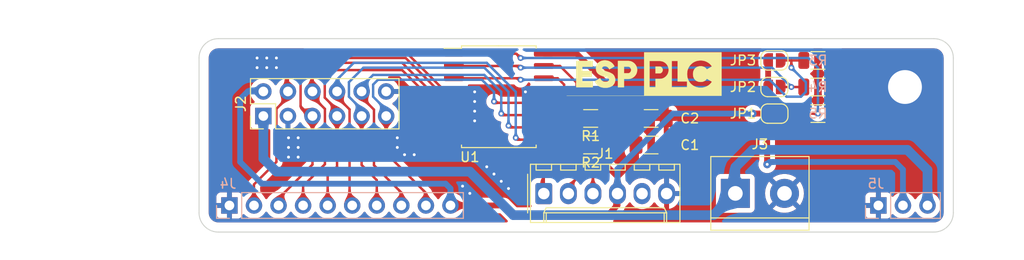
<source format=kicad_pcb>
(kicad_pcb (version 20211014) (generator pcbnew)
  (layers (0 "F.Cu" signal) (31 "B.Cu" signal) (34 "B.Paste" user) (35 "F.Paste" user) (36 "B.SilkS" user "B.Silkscreen") (37 "F.SilkS" user "F.Silkscreen") (38 "B.Mask" user) (39 "F.Mask" user) (44 "Edge.Cuts" user))
  (net 0 "")
  (net 1 "+3V3")
  (net 2 "GND")
  (net 3 "INT")
  (net 4 "SCL")
  (net 5 "SDA")
  (net 7 "+12V")
  (net 8 "Net-(J2-Pad4)")
  (net 9 "Net-(J2-Pad5)")
  (net 10 "Net-(J2-Pad6)")
  (net 11 "Net-(J2-Pad7)")
  (net 12 "Net-(J2-Pad8)")
  (net 13 "Net-(J2-Pad9)")
  (net 14 "Net-(J2-Pad10)")
  (net 15 "Net-(J2-Pad11)")
  (net 16 "Net-(JP1-Pad2)")
  (net 17 "Net-(JP2-Pad2)")
  (net 18 "Net-(JP3-Pad2)")
  (footprint "Jumper:SolderJumper-2_P1.3mm_Open_RoundedPad1.0x1.5mm" (layer "F.Cu") (at 183.5 90.75)
    (fp_text reference "JP1")
    (fp_text value "SolderJumper_2_Open")
  )
  (footprint "Resistor_SMD:R_1206_3216Metric" (layer "F.Cu") (at 188 85.25)
    (fp_text reference "R3")
    (fp_text value "10k")
  )
  (footprint "Connector_Molex:Molex_KK-254_AE-6410-06A_1x06_P2.54mm_Vertical" (layer "F.Cu") (at 159.65 99.02)
    (fp_text reference "J1")
    (fp_text value "Conn_01x06")
  )
  (footprint "Resistor_SMD:R_1206_3216Metric" (layer "F.Cu") (at 164.5 91.25 180)
    (fp_text reference "R1")
    (fp_text value "100k")
  )
  (footprint "Connector_PinHeader_2.54mm:PinHeader_2x06_P2.54mm_Vertical" (layer "F.Cu") (at 130.65 91 90)
    (fp_text reference "J2")
    (fp_text value "Conn_02x06_Odd_Even")
  )
  (footprint "Jumper:SolderJumper-2_P1.3mm_Open_RoundedPad1.0x1.5mm" (layer "F.Cu") (at 183.5 85.25)
    (fp_text reference "JP3")
    (fp_text value "SolderJumper_2_Open")
  )
  (footprint "Resistor_SMD:R_1206_3216Metric" (layer "F.Cu") (at 164.5 94 180)
    (fp_text reference "R2")
    (fp_text value "100k")
  )
  (footprint "Resistor_SMD:R_1206_3216Metric" (layer "F.Cu") (at 188 90.75)
    (fp_text reference "R5")
    (fp_text value "10k")
  )
  (footprint "MountingHole:MountingHole_3.5mm_Pad" (layer "F.Cu") (at 197 88)
    (fp_text reference "REF**" hide)
    (fp_text value "MountingHole_3.5mm_Pad")
  )
  (footprint "Package_SO:SOIC-16W_7.5x10.3mm_P1.27mm" (layer "F.Cu") (at 155 89)
    (fp_text reference "U1")
    (fp_text value "PCF8574")
  )
  (footprint "Resistor_SMD:R_1206_3216Metric" (layer "F.Cu") (at 188 88)
    (fp_text reference "R4")
    (fp_text value "10k")
  )
  (footprint "Jumper:SolderJumper-2_P1.3mm_Open_RoundedPad1.0x1.5mm" (layer "F.Cu") (at 183.5 88)
    (fp_text reference "JP2")
    (fp_text value "SolderJumper_2_Open")
  )
  (footprint "Capacitor_SMD:C_1206_3216Metric_Pad1.33x1.80mm_HandSolder" (layer "F.Cu") (at 170.75 91.25)
    (fp_text reference "C2")
    (fp_text value "100nF")
  )
  (footprint "libs:TerminalBlock_bornier-2_P5.08mm" (layer "F.Cu") (at 179.46 99)
    (fp_text reference "J3")
    (fp_text value "Screw_Terminal_01x02")
  )
  (footprint "Capacitor_SMD:C_1206_3216Metric_Pad1.33x1.80mm_HandSolder" (layer "F.Cu") (at 170.75 94)
    (fp_text reference "C1")
    (fp_text value "1uF")
  )
  (footprint "Connector_PinSocket_2.54mm:PinSocket_1x10_P2.54mm_Vertical" (layer "B.Cu") (at 127.14 100.25 -90)
    (fp_text reference "J4")
    (fp_text value "Conn_01x10")
  )
  (footprint "Connector_PinSocket_2.54mm:PinSocket_1x03_P2.54mm_Vertical" (layer "B.Cu") (at 194.25 100.25 -90)
    (fp_text reference "J5")
    (fp_text value "Conn_01x03")
  )
  (gr_poly locked (pts (xy 164.700815 85.901552) (xy 163.633269 85.901552) (xy 163.633269 86.351863) (xy 164.603765 86.351863) (xy 164.603765 86.941924) (xy 163.633269 86.941924) (xy 163.633268 87.42329) (xy 164.720224 87.42329) (xy 164.720224 88.021115) (xy 163.012151 88.021115) (xy 163.012151 85.303727) (xy 164.700815 85.303727)) (layer "F.SilkS") (width 0.032) (fill solid))
  (gr_poly locked (pts (xy 171.628476 85.886418) (xy 171.645838 85.887601) (xy 171.662807 85.889572) (xy 171.679381 85.892332) (xy 171.695561 85.89588) (xy 171.711347 85.900217) (xy 171.726738 85.905343) (xy 171.741736 85.911257) (xy 171.756339 85.917959) (xy 171.770547 85.92545) (xy 171.784362 85.93373) (xy 171.797782 85.942798) (xy 171.810808 85.952654) (xy 171.823439 85.9633) (xy 171.835676 85.974733) (xy 171.847519 85.986955) (xy 171.858801 85.999754) (xy 171.869355 86.012916) (xy 171.879182 86.026442) (xy 171.88828 86.040333) (xy 171.896651 86.054587) (xy 171.904293 86.069205) (xy 171.911208 86.084187) (xy 171.917395 86.099533) (xy 171.922854 86.115243) (xy 171.927585 86.131317) (xy 171.931588 86.147755) (xy 171.934864 86.164556) (xy 171.937411 86.181722) (xy 171.939231 86.199252) (xy 171.940323 86.217145) (xy 171.940687 86.235403) (xy 171.940323 86.25366) (xy 171.939231 86.271554) (xy 171.937411 86.289083) (xy 171.934864 86.306249) (xy 171.931588 86.323051) (xy 171.927585 86.339488) (xy 171.922854 86.355562) (xy 171.917395 86.371272) (xy 171.911208 86.386618) (xy 171.904293 86.4016) (xy 171.896651 86.416218) (xy 171.88828 86.430473) (xy 171.879182 86.444363) (xy 171.869355 86.457889) (xy 171.858801 86.471051) (xy 171.847519 86.48385) (xy 171.835676 86.496072) (xy 171.823439 86.507506) (xy 171.810807 86.518151) (xy 171.797781 86.528007) (xy 171.784361 86.537075) (xy 171.770547 86.545355) (xy 171.756338 86.552846) (xy 171.741735 86.559548) (xy 171.726738 86.565462) (xy 171.711347 86.570588) (xy 171.695561 86.574925) (xy 171.679381 86.578473) (xy 171.662807 86.581233) (xy 171.645838 86.583204) (xy 171.628476 86.584387) (xy 171.610719 86.584781) (xy 171.20311 86.584781) (xy 171.20311 85.886024) (xy 171.610719 85.886024)) (layer "F.SilkS") (width 0.032) (fill solid))
  (gr_poly locked (pts (xy 168.399362 85.304788) (xy 168.447886 85.307972) (xy 168.495441 85.31328) (xy 168.542024 85.32071) (xy 168.587638 85.330264) (xy 168.632281 85.34194) (xy 168.675953 85.355739) (xy 168.718655 85.371661) (xy 168.760386 85.389707) (xy 168.801147 85.409875) (xy 168.840937 85.432166) (xy 168.879757 85.45658) (xy 168.917606 85.483117) (xy 168.954485 85.511777) (xy 168.990394 85.54256) (xy 169.025332 85.575465) (xy 169.058708 85.609888) (xy 169.08993 85.64522) (xy 169.119 85.681462) (xy 169.145916 85.718613) (xy 169.170679 85.756675) (xy 169.193288 85.795647) (xy 169.213745 85.835528) (xy 169.232048 85.876319) (xy 169.248197 85.91802) (xy 169.262194 85.960631) (xy 169.274037 86.004152) (xy 169.283727 86.048582) (xy 169.291263 86.093922) (xy 169.296646 86.140173) (xy 169.299876 86.187333) (xy 169.300953 86.235403) (xy 169.299876 86.283472) (xy 169.296646 86.330632) (xy 169.291263 86.376883) (xy 169.283727 86.422223) (xy 169.274037 86.466654) (xy 169.262194 86.510174) (xy 169.248197 86.552785) (xy 169.232048 86.594486) (xy 169.213745 86.635277) (xy 169.193288 86.675159) (xy 169.170679 86.71413) (xy 169.145916 86.752192) (xy 169.119 86.789344) (xy 169.08993 86.825586) (xy 169.058708 86.860918) (xy 169.025332 86.89534) (xy 168.990394 86.928246) (xy 168.954485 86.959029) (xy 168.917606 86.987689) (xy 168.879757 87.014226) (xy 168.840937 87.03864) (xy 168.801147 87.060931) (xy 168.760386 87.081099) (xy 168.718655 87.099144) (xy 168.675953 87.115066) (xy 168.632281 87.128865) (xy 168.587638 87.140542) (xy 168.542024 87.150095) (xy 168.495441 87.157525) (xy 168.447886 87.162833) (xy 168.399362 87.166017) (xy 168.349867 87.167079) (xy 167.942258 87.167079) (xy 167.942258 88.021115) (xy 167.321141 88.021115) (xy 167.321141 86.584781) (xy 167.942258 86.584781) (xy 168.349867 86.584781) (xy 168.367624 86.584387) (xy 168.384986 86.583204) (xy 168.401955 86.581233) (xy 168.418529 86.578473) (xy 168.434709 86.574925) (xy 168.450495 86.570588) (xy 168.465886 86.565462) (xy 168.480884 86.559548) (xy 168.495487 86.552846) (xy 168.509695 86.545355) (xy 168.52351 86.537075) (xy 168.53693 86.528007) (xy 168.549955 86.518151) (xy 168.562587 86.507506) (xy 168.574824 86.496072) (xy 168.586667 86.48385) (xy 168.597949 86.471051) (xy 168.608503 86.457889) (xy 168.61833 86.444363) (xy 168.627428 86.430473) (xy 168.635798 86.416218) (xy 168.643441 86.4016) (xy 168.650356 86.386618) (xy 168.656543 86.371272) (xy 168.662002 86.355562) (xy 168.666733 86.339488) (xy 168.670736 86.323051) (xy 168.674012 86.306249) (xy 168.676559 86.289083) (xy 168.678379 86.271554) (xy 168.679471 86.25366) (xy 168.679835 86.235403) (xy 168.679471 86.217145) (xy 168.678379 86.199252) (xy 168.676559 86.181722) (xy 168.674012 86.164556) (xy 168.670736 86.147755) (xy 168.666733 86.131317) (xy 168.662002 86.115243) (xy 168.656543 86.099533) (xy 168.650356 86.084187) (xy 168.643441 86.069205) (xy 168.635798 86.054587) (xy 168.627428 86.040333) (xy 168.61833 86.026442) (xy 168.608503 86.012916) (xy 168.597949 85.999754) (xy 168.586667 85.986955) (xy 168.574824 85.974733) (xy 168.562587 85.9633) (xy 168.549955 85.952654) (xy 168.53693 85.942798) (xy 168.52351 85.93373) (xy 168.509695 85.92545) (xy 168.495487 85.917959) (xy 168.480884 85.911257) (xy 168.465886 85.905343) (xy 168.450495 85.900217) (xy 168.434709 85.89588) (xy 168.418529 85.892332) (xy 168.401955 85.889572) (xy 168.384986 85.887601) (xy 168.367624 85.886418) (xy 168.349867 85.886024) (xy 167.942258 85.886024) (xy 167.942258 86.584781) (xy 167.321141 86.584781) (xy 167.321141 85.303727) (xy 168.349867 85.303727)) (layer "F.SilkS") (width 0.032) (fill solid))
  (gr_poly locked (pts (xy 166 85.25) (xy 166.040821 85.251865) (xy 166.081036 85.254974) (xy 166.120644 85.259326) (xy 166.159646 85.264921) (xy 166.198042 85.27176) (xy 166.23583 85.279843) (xy 166.273012 85.289169) (xy 166.309588 85.299738) (xy 166.345557 85.311551) (xy 166.380919 85.324607) (xy 166.415675 85.338907) (xy 166.449825 85.35445) (xy 166.483367 85.371236) (xy 166.516304 85.389266) (xy 166.548633 85.40854) (xy 166.580235 85.428511) (xy 166.610988 85.449604) (xy 166.640891 85.471819) (xy 166.669945 85.495156) (xy 166.69815 85.519616) (xy 166.725506 85.545197) (xy 166.752013 85.571901) (xy 166.77767 85.599727) (xy 166.802479 85.628675) (xy 166.826438 85.658745) (xy 166.849548 85.689938) (xy 166.871808 85.722252) (xy 166.89322 85.755689) (xy 166.913782 85.790248) (xy 166.933495 85.825929) (xy 166.952359 85.862732) (xy 166.428291 86.169409) (xy 166.418935 86.150302) (xy 166.409306 86.131802) (xy 166.399404 86.113909) (xy 166.389229 86.096622) (xy 166.378782 86.079941) (xy 166.368061 86.063868) (xy 166.357067 86.0484) (xy 166.3458 86.033539) (xy 166.33426 86.019285) (xy 166.322448 86.005638) (xy 166.310362 85.992597) (xy 166.298003 85.980162) (xy 166.285372 85.968334) (xy 166.272467 85.957113) (xy 166.25929 85.946498) (xy 166.245839 85.93649) (xy 166.231979 85.926618) (xy 166.217573 85.917383) (xy 166.202622 85.908785) (xy 166.187124 85.900824) (xy 166.17108 85.8935) (xy 166.154491 85.886813) (xy 166.137356 85.880762) (xy 166.119674 85.875349) (xy 166.101447 85.870572) (xy 166.082674 85.866432) (xy 166.063355 85.862929) (xy 166.043491 85.860063) (xy 166.02308 85.857834) (xy 166.002123 85.856242) (xy 165.980621 85.855286) (xy 165.958572 85.854968) (xy 165.941346 85.855211) (xy 165.924605 85.855939) (xy 165.908349 85.857152) (xy 165.892579 85.85885) (xy 165.877293 85.861034) (xy 165.862493 85.863703) (xy 165.848178 85.866857) (xy 165.834349 85.870496) (xy 165.821005 85.874621) (xy 165.808146 85.879231) (xy 165.795772 85.884326) (xy 165.783883 85.889906) (xy 165.77248 85.895972) (xy 165.761562 85.902522) (xy 165.751129 85.909559) (xy 165.741182 85.91708) (xy 165.73225 85.924465) (xy 165.723895 85.932062) (xy 165.716115 85.939871) (xy 165.708912 85.947893) (xy 165.702286 85.956127) (xy 165.696235 85.964573) (xy 165.690761 85.973232) (xy 165.685863 85.982103) (xy 165.681541 85.991186) (xy 165.677796 86.000482) (xy 165.674627 86.00999) (xy 165.672033 86.01971) (xy 165.670017 86.029643) (xy 165.668576 86.039787) (xy 165.667712 86.050144) (xy 165.667424 86.060714) (xy 165.667788 86.073224) (xy 165.668879 86.085522) (xy 165.670699 86.097608) (xy 165.673247 86.109481) (xy 165.676522 86.121142) (xy 165.680525 86.132591) (xy 165.685256 86.143828) (xy 165.690715 86.154852) (xy 165.696902 86.165664) (xy 165.703817 86.176263) (xy 165.71146 86.186651) (xy 165.71983 86.196826) (xy 165.728929 86.206788) (xy 165.738755 86.216539) (xy 165.749309 86.226077) (xy 165.760591 86.235403) (xy 165.773511 86.244683) (xy 165.788008 86.254084) (xy 165.804082 86.263607) (xy 165.821733 86.273252) (xy 165.84096 86.283017) (xy 165.861765 86.292904) (xy 165.884148 86.302912) (xy 165.908107 86.313042) (xy 165.933643 86.323293) (xy 165.960756 86.333665) (xy 165.989446 86.344158) (xy 166.019714 86.354773) (xy 166.08498 86.376367) (xy 166.156554 86.398446) (xy 166.233466 86.422466) (xy 166.301158 86.444059) (xy 166.35963 86.463227) (xy 166.408883 86.479968) (xy 166.431932 86.488399) (xy 166.456437 86.498165) (xy 166.482398 86.509265) (xy 166.509815 86.5217) (xy 166.538687 86.535468) (xy 166.569015 86.550572) (xy 166.600799 86.567009) (xy 166.634038 86.584781) (xy 166.651234 86.593561) (xy 166.667884 86.602432) (xy 166.683988 86.611394) (xy 166.699546 86.620447) (xy 166.714559 86.629591) (xy 166.729025 86.638825) (xy 166.742946 86.648151) (xy 166.75632 86.657568) (xy 166.769149 86.667076) (xy 166.781432 86.676675) (xy 166.793169 86.686365) (xy 166.80436 86.696146) (xy 166.815005 86.706018) (xy 166.825104 86.71598) (xy 166.834658 86.726034) (xy 166.843665 86.736179) (xy 166.852809 86.746096) (xy 166.861801 86.756438) (xy 166.870642 86.767204) (xy 166.879331 86.778395) (xy 166.887868 86.790011) (xy 166.896254 86.802051) (xy 166.904488 86.814516) (xy 166.91257 86.827405) (xy 166.920501 86.84072) (xy 166.92828 86.854458) (xy 166.935907 86.868621) (xy 166.943383 86.883209) (xy 166.950708 86.898222) (xy 166.95788 86.913659) (xy 166.964901 86.92952) (xy 166.97177 86.945807) (xy 166.978822 86.961972) (xy 166.985418 86.97844) (xy 166.99156 86.995211) (xy 166.997246 87.012286) (xy 167.002478 87.029664) (xy 167.007254 87.047345) (xy 167.011576 87.06533) (xy 167.015443 87.083617) (xy 167.018855 87.102208) (xy 167.021812 87.121103) (xy 167.024314 87.1403) (xy 167.026361 87.159801) (xy 167.027953 87.179605) (xy 167.029091 87.199713) (xy 167.029773 87.220123) (xy 167.03 87.240837) (xy 167.028909 87.288725) (xy 167.025633 87.335339) (xy 167.020174 87.380679) (xy 167.012532 87.424746) (xy 167.002705 87.467539) (xy 166.990695 87.509058) (xy 166.976502 87.549303) (xy 166.960125 87.588274) (xy 166.941564 87.625972) (xy 166.92082 87.662396) (xy 166.897892 87.697546) (xy 166.87278 87.731423) (xy 166.845485 87.764025) (xy 166.816006 87.795354) (xy 166.784343 87.825409) (xy 166.750497 87.85419) (xy 166.714892 87.880985) (xy 166.677953 87.906051) (xy 166.639679 87.929389) (xy 166.60007 87.950998) (xy 166.559127 87.970878) (xy 166.51685 87.989029) (xy 166.473239 88.005452) (xy 166.428292 88.020145) (xy 166.382012 88.033111) (xy 166.334397 88.044347) (xy 166.285448 88.053855) (xy 166.235164 88.061634) (xy 166.183545 88.067685) (xy 166.130593 88.072006) (xy 166.076306 88.074599) (xy 166.020684 88.075464) (xy 165.969293 88.074766) (xy 165.918964 88.072673) (xy 165.869696 88.069186) (xy 165.82149 88.064303) (xy 165.774345 88.058025) (xy 165.728262 88.050352) (xy 165.68324 88.041284) (xy 165.639279 88.030821) (xy 165.59638 88.018962) (xy 165.554543 88.005709) (xy 165.513767 87.991061) (xy 165.474052 87.975017) (xy 165.435399 87.957578) (xy 165.397807 87.938745) (xy 165.361277 87.918516) (xy 165.325809 87.896892) (xy 165.291978 87.873585) (xy 165.25939 87.849277) (xy 165.228046 87.823968) (xy 165.197946 87.797659) (xy 165.169089 87.770348) (xy 165.141475 87.742037) (xy 165.115105 87.712725) (xy 165.089978 87.682412) (xy 165.066095 87.651099) (xy 165.043455 87.618784) (xy 165.022059 87.585469) (xy 165.001906 87.551153) (xy 164.982996 87.515836) (xy 164.96533 87.479518) (xy 164.948908 87.4422) (xy 164.933729 87.40388) (xy 165.469442 87.093321) (xy 165.490778 87.138919) (xy 165.502162 87.160615) (xy 165.514024 87.181576) (xy 165.526364 87.201801) (xy 165.539181 87.22129) (xy 165.552476 87.240044) (xy 165.566249 87.258063) (xy 165.580499 87.275346) (xy 165.595227 87.291894) (xy 165.610433 87.307706) (xy 165.626117 87.322783) (xy 165.642278 87.337124) (xy 165.658916 87.35073) (xy 165.676033 87.363601) (xy 165.693627 87.375736) (xy 165.711698 87.387135) (xy 165.730248 87.397799) (xy 165.749275 87.407728) (xy 165.76878 87.416921) (xy 165.788762 87.425379) (xy 165.809222 87.433101) (xy 165.83016 87.440088) (xy 165.851575 87.446339) (xy 165.873468 87.451855) (xy 165.895839 87.456636) (xy 165.918687 87.460681) (xy 165.942013 87.46399) (xy 165.965817 87.466564) (xy 165.990098 87.468403) (xy 166.040094 87.469874) (xy 166.084752 87.46901) (xy 166.126529 87.466417) (xy 166.165424 87.462095) (xy 166.201439 87.456044) (xy 166.234572 87.448265) (xy 166.264824 87.438758) (xy 166.292195 87.427521) (xy 166.316685 87.414556) (xy 166.32785 87.407425) (xy 166.338294 87.399862) (xy 166.348018 87.391867) (xy 166.357021 87.383439) (xy 166.365305 87.37458) (xy 166.372868 87.365288) (xy 166.379711 87.355564) (xy 166.385833 87.345408) (xy 166.391235 87.33482) (xy 166.395917 87.323799) (xy 166.399879 87.312347) (xy 166.40312 87.300462) (xy 166.405641 87.288145) (xy 166.407442 87.275396) (xy 166.408522 87.262214) (xy 166.408882 87.248601) (xy 166.408412 87.23377) (xy 166.407002 87.219364) (xy 166.404652 87.205383) (xy 166.401361 87.191826) (xy 166.39713 87.178694) (xy 166.391959 87.165987) (xy 166.385848 87.153704) (xy 166.378797 87.141846) (xy 166.370805 87.130412) (xy 166.361874 87.119403) (xy 166.352002 87.108819) (xy 166.34119 87.098659) (xy 166.329438 87.088923) (xy 166.316746 87.079613) (xy 166.303113 87.070727) (xy 166.288541 87.062265) (xy 166.273164 87.053455) (xy 166.25615 87.044493) (xy 166.237498 87.03538) (xy 166.217209 87.026115) (xy 166.195282 87.016698) (xy 166.171717 87.007129) (xy 166.119674 86.987537) (xy 166.061081 86.967339) (xy 165.995936 86.946534) (xy 165.924241 86.925122) (xy 165.845995 86.903104) (xy 165.80396 86.891276) (xy 165.76326 86.879084) (xy 165.723894 86.866528) (xy 165.685863 86.853609) (xy 165.649166 86.840325) (xy 165.613803 86.826678) (xy 165.579775 86.812666) (xy 165.547082 86.798291) (xy 165.515116 86.783187) (xy 165.483272 86.766992) (xy 165.451549 86.749705) (xy 165.419947 86.731326) (xy 165.388466 86.711856) (xy 165.357107 86.691293) (xy 165.325869 86.669639) (xy 165.294753 86.646893) (xy 165.279922 86.63458) (xy 165.265516 86.621903) (xy 165.251535 86.608862) (xy 165.237979 86.595457) (xy 165.224847 86.581688) (xy 165.212139 86.567555) (xy 165.199856 86.553058) (xy 165.187998 86.538197) (xy 165.176564 86.522973) (xy 165.165555 86.507384) (xy 165.154971 86.491431) (xy 165.144811 86.475115) (xy 165.135076 86.458434) (xy 165.125765 86.44139) (xy 165.116879 86.423982) (xy 165.108417 86.406209) (xy 165.100896 86.388088) (xy 165.09386 86.369634) (xy 165.087309 86.350846) (xy 165.081243 86.331724) (xy 165.075663 86.312268) (xy 165.070568 86.292479) (xy 165.065958 86.272357) (xy 165.061833 86.2519) (xy 165.058194 86.231111) (xy 165.05504 86.209987) (xy 165.052371 86.18853) (xy 165.050187 86.166739) (xy 165.048489 86.144615) (xy 165.047276 86.122157) (xy 165.046548 86.099366) (xy 165.046305 86.076241) (xy 165.047352 86.029763) (xy 165.050491 85.984469) (xy 165.055722 85.940356) (xy 165.063047 85.897427) (xy 165.072463 85.855681) (xy 165.083973 85.815117) (xy 165.097575 85.775736) (xy 165.11327 85.737538) (xy 165.131057 85.700522) (xy 165.150937 85.66469) (xy 165.17291 85.63004) (xy 165.196975 85.596573) (xy 165.223133 85.564289) (xy 165.251384 85.533188) (xy 165.281727 85.503269) (xy 165.314162 85.474533) (xy 165.348524 85.447269) (xy 165.383674 85.421763) (xy 165.419613 85.398016) (xy 165.45634 85.376028) (xy 165.493856 85.355799) (xy 165.53216 85.33733) (xy 165.571253 85.320619) (xy 165.611134 85.305667) (xy 165.651804 85.292475) (xy 165.693262 85.281041) (xy 165.735509 85.271366) (xy 165.778545 85.263451) (xy 165.822369 85.257294) (xy 165.866981 85.252896) (xy 165.912382 85.250258) (xy 165.958572 85.249378)) (layer "F.SilkS") (width 0.032) (fill solid))
  (gr_poly locked (pts (xy 178.026877 88.902421) (xy 170.026878 88.902421) (xy 170.026878 88.021115) (xy 170.581993 88.021115) (xy 171.20311 88.021115) (xy 172.872357 88.021115) (xy 174.463971 88.021115) (xy 174.463971 87.42329) (xy 173.493475 87.42329) (xy 173.493475 86.66242) (xy 174.463966 86.66242) (xy 174.465528 86.736876) (xy 174.470213 86.809815) (xy 174.478023 86.881237) (xy 174.488956 86.951143) (xy 174.503013 87.019533) (xy 174.520194 87.086406) (xy 174.540498 87.151763) (xy 174.563927 87.215603) (xy 174.590479 87.277927) (xy 174.620155 87.338735) (xy 174.652954 87.398026) (xy 174.688878 87.455801) (xy 174.727925 87.51206) (xy 174.770096 87.566802) (xy 174.815391 87.620027) (xy 174.863809 87.671737) (xy 174.915079 87.720626) (xy 174.967956 87.76636) (xy 175.02244 87.808941) (xy 175.078532 87.848367) (xy 175.136231 87.88464) (xy 175.195537 87.917758) (xy 175.256451 87.947722) (xy 175.318972 87.974532) (xy 175.383101 87.998188) (xy 175.448837 88.01869) (xy 175.51618 88.036037) (xy 175.585131 88.050231) (xy 175.655689 88.06127) (xy 175.727854 88.069155) (xy 175.801627 88.073887) (xy 175.877008 88.075464) (xy 175.877008 88.075462) (xy 175.922879 88.07481) (xy 175.968295 88.072854) (xy 176.013256 88.069594) (xy 176.057763 88.06503) (xy 176.101814 88.059161) (xy 176.145411 88.051988) (xy 176.188552 88.043512) (xy 176.231239 88.033731) (xy 176.273471 88.022646) (xy 176.315247 88.010257) (xy 176.356569 87.996564) (xy 176.397436 87.981567) (xy 176.437848 87.965266) (xy 176.477805 87.94766) (xy 176.517307 87.928751) (xy 176.556355 87.908537) (xy 176.594644 87.886716) (xy 176.631871 87.863955) (xy 176.668037 87.840254) (xy 176.703142 87.815612) (xy 176.737185 87.79003) (xy 176.770167 87.763508) (xy 176.802087 87.736046) (xy 176.832945 87.707644) (xy 176.862743 87.678302) (xy 176.891478 87.648019) (xy 176.919153 87.616796) (xy 176.945766 87.584634) (xy 176.971317 87.551531) (xy 176.995807 87.517487) (xy 177.019235 87.482504) (xy 177.041602 87.446581) (xy 176.505888 87.136021) (xy 176.494879 87.155174) (xy 176.483203 87.17381) (xy 176.47086 87.191931) (xy 176.457849 87.209536) (xy 176.444171 87.226626) (xy 176.429826 87.243201) (xy 176.414814 87.259259) (xy 176.399134 87.274802) (xy 176.382787 87.28983) (xy 176.365773 87.304342) (xy 176.348092 87.318338) (xy 176.329744 87.331819) (xy 176.310728 87.344785) (xy 176.291045 87.357234) (xy 176.270695 87.369168) (xy 176.249677 87.380587) (xy 176.22866 87.391399) (xy 176.20734 87.401513) (xy 176.185716 87.41093) (xy 176.163789 87.419649) (xy 176.141558 87.427671) (xy 176.119025 87.434995) (xy 176.096188 87.441622) (xy 176.073047 87.447551) (xy 176.049604 87.452783) (xy 176.025857 87.457317) (xy 176.001807 87.461153) (xy 175.977453 87.464292) (xy 175.952796 87.466734) (xy 175.927836 87.468478) (xy 175.902573 87.469524) (xy 175.877006 87.469873) (xy 175.83244 87.469008) (xy 175.788995 87.466415) (xy 175.746672 87.462094) (xy 175.705472 87.456043) (xy 175.665393 87.448264) (xy 175.626437 87.438756) (xy 175.588603 87.42752) (xy 175.551891 87.414555) (xy 175.516301 87.399861) (xy 175.481833 87.383438) (xy 175.448487 87.365287) (xy 175.416264 87.345407) (xy 175.385162 87.323798) (xy 175.355183 87.300461) (xy 175.326326 87.275394) (xy 175.298591 87.2486) (xy 175.272736 87.220379) (xy 175.24855 87.191037) (xy 175.226031 87.160572) (xy 175.205181 87.128986) (xy 175.185999 87.096277) (xy 175.168484 87.062446) (xy 175.152638 87.027493) (xy 175.13846 86.991418) (xy 175.125949 86.954221) (xy 175.115107 86.915901) (xy 175.105933 86.87646) (xy 175.098427 86.835896) (xy 175.092589 86.79421) (xy 175.088419 86.751402) (xy 175.085917 86.707473) (xy 175.085083 86.66242) (xy 175.085917 86.617368) (xy 175.088419 86.573438) (xy 175.092589 86.53063) (xy 175.098427 86.488945) (xy 175.105933 86.448381) (xy 175.115107 86.40894) (xy 175.125949 86.37062) (xy 175.13846 86.333423) (xy 175.152638 86.297348) (xy 175.168484 86.262395) (xy 175.185999 86.228564) (xy 175.205181 86.195855) (xy 175.226031 86.164268) (xy 175.24855 86.133804) (xy 175.272736 86.104461) (xy 175.298591 86.076241) (xy 175.326326 86.049446) (xy 175.355183 86.02438) (xy 175.385162 86.001043) (xy 175.416264 85.979434) (xy 175.448487 85.959554) (xy 175.481833 85.941403) (xy 175.516301 85.92498) (xy 175.551891 85.910286) (xy 175.588603 85.897321) (xy 175.626437 85.886084) (xy 175.665393 85.876577) (xy 175.705472 85.868798) (xy 175.746672 85.862747) (xy 175.788995 85.858425) (xy 175.83244 85.855832) (xy 175.877006 85.854968) (xy 175.902573 85.855317) (xy 175.927836 85.856363) (xy 175.952796 85.858107) (xy 175.977453 85.860548) (xy 176.001807 85.863687) (xy 176.025857 85.867524) (xy 176.049604 85.872058) (xy 176.073047 85.877289) (xy 176.096188 85.883219) (xy 176.119025 85.889845) (xy 176.141558 85.89717) (xy 176.163789 85.905191) (xy 176.185716 85.913911) (xy 176.20734 85.923328) (xy 176.22866 85.933442) (xy 176.249677 85.944254) (xy 176.27024 85.955218) (xy 176.290195 85.966757) (xy 176.309545 85.978873) (xy 176.328287 85.991566) (xy 176.346423 86.004834) (xy 176.363953 86.018679) (xy 176.380876 86.0331) (xy 176.397192 86.048097) (xy 176.412902 86.063671) (xy 176.428006 86.079821) (xy 176.442503 86.096547) (xy 176.456393 86.113849) (xy 176.469676 86.131727) (xy 176.482354 86.150182) (xy 176.494424 86.169212) (xy 176.505888 86.188819) (xy 177.041602 85.87826) (xy 177.018765 85.842352) (xy 176.994897 85.807414) (xy 176.969998 85.773446) (xy 176.944067 85.74045) (xy 176.917106 85.708423) (xy 176.889113 85.677367) (xy 176.860089 85.647282) (xy 176.830034 85.618167) (xy 176.798948 85.590023) (xy 176.766831 85.562849) (xy 176.733682 85.536645) (xy 176.699503 85.511412) (xy 176.664292 85.48715) (xy 176.62805 85.463858) (xy 176.590777 85.441537) (xy 176.552473 85.420186) (xy 176.513441 85.399502) (xy 176.473984 85.380153) (xy 176.434103 85.362138) (xy 176.393797 85.345458) (xy 176.353066 85.330112) (xy 176.311911 85.3161) (xy 176.270332 85.303423) (xy 176.228327 85.29208) (xy 176.185899 85.282072) (xy 176.143045 85.273398) (xy 176.099767 85.266059) (xy 176.056064 85.260054) (xy 176.011937 85.255383) (xy 175.967385 85.252047) (xy 175.922409 85.250046) (xy 175.877008 85.249378) (xy 175.801627 85.250971) (xy 175.727854 85.255747) (xy 175.655689 85.263708) (xy 175.585131 85.274854) (xy 175.51618 85.289184) (xy 175.448837 85.306698) (xy 175.383101 85.327397) (xy 175.318972 85.35128) (xy 175.256451 85.378348) (xy 175.195537 85.4086) (xy 175.136231 85.442037) (xy 175.078532 85.478658) (xy 175.02244 85.518463) (xy 174.967956 85.561453) (xy 174.915079 85.607628) (xy 174.863809 85.656986) (xy 174.815391 85.708226) (xy 174.770096 85.761011) (xy 174.727925 85.815344) (xy 174.688878 85.871223) (xy 174.652954 85.928649) (xy 174.620155 85.987622) (xy 174.590479 86.048142) (xy 174.563927 86.110208) (xy 174.540498 86.173821) (xy 174.520194 86.238981) (xy 174.503013 86.305687) (xy 174.488956 86.37394) (xy 174.478023 86.44374) (xy 174.470213 86.515087) (xy 174.465528 86.58798) (xy 174.463966 86.66242) (xy 173.493475 86.66242) (xy 173.493475 85.303727) (xy 172.872357 85.303727) (xy 172.872357 88.021115) (xy 171.20311 88.021115) (xy 171.20311 87.167079) (xy 171.610719 87.167079) (xy 171.660214 87.166017) (xy 171.708739 87.162833) (xy 171.756293 87.157525) (xy 171.802877 87.150095) (xy 171.84849 87.140542) (xy 171.893133 87.128865) (xy 171.936805 87.115066) (xy 171.979507 87.099144) (xy 172.021238 87.081099) (xy 172.061999 87.060931) (xy 172.101789 87.03864) (xy 172.140609 87.014226) (xy 172.178458 86.987689) (xy 172.215337 86.959029) (xy 172.251246 86.928246) (xy 172.286184 86.89534) (xy 172.31956 86.860918) (xy 172.350782 86.825586) (xy 172.379852 86.789344) (xy 172.406768 86.752192) (xy 172.431531 86.71413) (xy 172.45414 86.675159) (xy 172.474597 86.635277) (xy 172.4929 86.594486) (xy 172.509049 86.552785) (xy 172.523046 86.510174) (xy 172.534889 86.466654) (xy 172.544579 86.422223) (xy 172.552115 86.376883) (xy 172.557498 86.330632) (xy 172.560728 86.283472) (xy 172.561805 86.235403) (xy 172.560728 86.187333) (xy 172.557498 86.140173) (xy 172.552115 86.093922) (xy 172.544579 86.048582) (xy 172.534889 86.004152) (xy 172.523046 85.960631) (xy 172.509049 85.91802) (xy 172.4929 85.876319) (xy 172.474597 85.835528) (xy 172.45414 85.795647) (xy 172.431531 85.756675) (xy 172.406768 85.718613) (xy 172.379852 85.681462) (xy 172.350782 85.64522) (xy 172.31956 85.609888) (xy 172.286184 85.575465) (xy 172.251246 85.54256) (xy 172.215337 85.511777) (xy 172.178458 85.483117) (xy 172.140609 85.45658) (xy 172.101789 85.432166) (xy 172.061999 85.409875) (xy 172.021238 85.389707) (xy 171.979507 85.371661) (xy 171.936805 85.355739) (xy 171.893133 85.34194) (xy 171.84849 85.330264) (xy 171.802877 85.32071) (xy 171.756293 85.31328) (xy 171.708739 85.307972) (xy 171.660214 85.304788) (xy 171.610719 85.303727) (xy 170.581993 85.303727) (xy 170.581993 88.021115) (xy 170.026878 88.021115) (xy 170.026878 84.422421) (xy 178.026877 84.422421)) (layer "F.SilkS") (width 0.032) (fill solid))
  (gr_poly locked (pts (xy 170.026878 88.902422) (xy 162.026878 88.902422) (xy 162.026878 88.902421) (xy 170.026878 88.902421)) (layer "F.SilkS") (width 0.032) (fill solid))
  (gr_poly locked (pts (xy 162.026878 88.902421) (xy 162.026877 88.902421) (xy 162.026877 84.422421)) (layer "F.SilkS") (width 0.032) (fill solid))
  (gr_line locked (start 126 83) (end 200 83) (layer "Edge.Cuts") (width 0.1))
  (gr_arc locked (start 200 83) (mid 201.414214 83.585786) (end 202 85) (layer "Edge.Cuts") (width 0.1))
  (gr_line locked (start 200 103) (end 126 103) (layer "Edge.Cuts") (width 0.1))
  (gr_line locked (start 124 101) (end 124 85) (layer "Edge.Cuts") (width 0.1))
  (gr_arc locked (start 124 85) (mid 124.585786 83.585786) (end 126 83) (layer "Edge.Cuts") (width 0.1))
  (gr_line locked (start 202 85) (end 202 101) (layer "Edge.Cuts") (width 0.1))
  (gr_arc locked (start 202 101) (mid 201.414214 102.414214) (end 200 103) (layer "Edge.Cuts") (width 0.1))
  (gr_arc locked (start 126 103) (mid 124.585786 102.414214) (end 124 101) (layer "Edge.Cuts") (width 0.1))
  (segment locked (start 182.75 90.85) (end 182.85 90.75) (width 0.6) (layer "F.Cu") (net 1))
  (segment locked (start 169.1875 91.25) (end 169.1875 94) (width 0.6) (layer "F.Cu") (net 1))
  (segment locked (start 169.1875 95.3525) (end 167.27 97.27) (width 0.6) (layer "F.Cu") (net 1))
  (segment locked (start 155.5 100.25) (end 156.5 101.25) (width 0.6) (layer "F.Cu") (net 1))
  (segment locked (start 156.5 101.25) (end 166.25 101.25) (width 0.6) (layer "F.Cu") (net 1))
  (segment locked (start 181.25 90.75) (end 182.85 90.75) (width 0.6) (layer "F.Cu") (net 1))
  (segment locked (start 182.75 96) (end 182.75 90.85) (width 0.6) (layer "F.Cu") (net 1))
  (segment locked (start 165.9625 95.9625) (end 167.27 97.27) (width 0.6) (layer "F.Cu") (net 1))
  (segment locked (start 166.25 101.25) (end 167.27 100.23) (width 0.6) (layer "F.Cu") (net 1))
  (segment locked (start 167.27 100.23) (end 167.27 99.02) (width 0.6) (layer "F.Cu") (net 1))
  (segment locked (start 165.9625 91.25) (end 165.9625 94) (width 0.6) (layer "F.Cu") (net 1))
  (segment locked (start 165.9625 87.4625) (end 165.9625 91.25) (width 0.6) (layer "F.Cu") (net 1))
  (segment locked (start 150 100.25) (end 155.5 100.25) (width 0.6) (layer "F.Cu") (net 1))
  (segment locked (start 159.65 84.555) (end 163.055 84.555) (width 0.6) (layer "F.Cu") (net 1))
  (segment locked (start 169.1875 94) (end 169.1875 95.3525) (width 0.6) (layer "F.Cu") (net 1))
  (segment locked (start 165.9625 94) (end 165.9625 95.9625) (width 0.6) (layer "F.Cu") (net 1))
  (segment locked (start 182.85 85.25) (end 182.85 90.75) (width 0.6) (layer "F.Cu") (net 1))
  (segment locked (start 167.27 97.27) (end 167.27 99.02) (width 0.6) (layer "F.Cu") (net 1))
  (segment locked (start 163.055 84.555) (end 165.9625 87.4625) (width 0.6) (layer "F.Cu") (net 1))
  (via locked (at 181.25 90.75) (size 0.8) (drill 0.3) (layers "F.Cu" "B.Cu") (net 1))
  (via locked (at 182.75 96) (size 0.8) (drill 0.3) (layers "F.Cu" "B.Cu") (net 1))
  (segment locked (start 149.5 98) (end 150 98.5) (width 0.6) (layer "B.Cu") (net 1))
  (segment locked (start 183 95.75) (end 182.75 96) (width 0.6) (layer "B.Cu") (net 1))
  (segment locked (start 167.27 96.52) (end 167.27 99.02) (width 0.6) (layer "B.Cu") (net 1))
  (segment locked (start 128.25 89.25) (end 128.25 95.75) (width 0.6) (layer "B.Cu") (net 1))
  (segment locked (start 130.5 98) (end 149.5 98) (width 0.6) (layer "B.Cu") (net 1))
  (segment locked (start 128.25 95.75) (end 130.5 98) (width 0.6) (layer "B.Cu") (net 1))
  (segment locked (start 130.65 88.46) (end 129.04 88.46) (width 0.6) (layer "B.Cu") (net 1))
  (segment locked (start 196.79 100.25) (end 196.79 96.54) (width 0.6) (layer "B.Cu") (net 1))
  (segment locked (start 196 95.75) (end 183 95.75) (width 0.6) (layer "B.Cu") (net 1))
  (segment locked (start 129.04 88.46) (end 128.25 89.25) (width 0.6) (layer "B.Cu") (net 1))
  (segment locked (start 167.25 96.5) (end 167.27 96.52) (width 0.6) (layer "B.Cu") (net 1))
  (segment locked (start 196.79 96.54) (end 196 95.75) (width 0.6) (layer "B.Cu") (net 1))
  (segment locked (start 150 98.5) (end 150 100.25) (width 0.6) (layer "B.Cu") (net 1))
  (segment locked (start 181.25 90.75) (end 173 90.75) (width 0.6) (layer "B.Cu") (net 1))
  (segment locked (start 173 90.75) (end 167.25 96.5) (width 0.6) (layer "B.Cu") (net 1))
  (via locked (at 145.25 95) (size 0.6) (drill 0.3) (layers "F.Cu" "B.Cu") (net 2))
  (via locked (at 132 85) (size 0.6) (drill 0.3) (layers "F.Cu" "B.Cu") (net 2))
  (via locked (at 152 99) (size 0.6) (drill 0.3) (layers "F.Cu" "B.Cu") (net 2))
  (via locked (at 131 86) (size 0.6) (drill 0.3) (layers "F.Cu" "B.Cu") (net 2))
  (via locked (at 146.25 95) (size 0.6) (drill 0.3) (layers "F.Cu" "B.Cu") (net 2))
  (via locked (at 157.75 88.5) (size 0.6) (drill 0.3) (layers "F.Cu" "B.Cu") (net 2))
  (via locked (at 151.25 98.25) (size 0.6) (drill 0.3) (layers "F.Cu" "B.Cu") (net 2))
  (via locked (at 134.25 95.25) (size 0.6) (drill 0.3) (layers "F.Cu" "B.Cu") (net 2))
  (via locked (at 156 98.5) (size 0.6) (drill 0.3) (layers "F.Cu" "B.Cu") (net 2))
  (via locked (at 153.75 96.25) (size 0.6) (drill 0.3) (layers "F.Cu" "B.Cu") (net 2))
  (via locked (at 152.5 90.5) (size 0.6) (drill 0.3) (layers "F.Cu" "B.Cu") (net 2))
  (via locked (at 133.25 95.25) (size 0.6) (drill 0.3) (layers "F.Cu" "B.Cu") (net 2))
  (via locked (at 133.25 94.25) (size 0.6) (drill 0.3) (layers "F.Cu" "B.Cu") (net 2))
  (via locked (at 152.5 91.5) (size 0.6) (drill 0.3) (layers "F.Cu" "B.Cu") (net 2))
  (via locked (at 134.25 94.25) (size 0.6) (drill 0.3) (layers "F.Cu" "B.Cu") (net 2))
  (via locked (at 152.5 88.5) (size 0.6) (drill 0.3) (layers "F.Cu" "B.Cu") (net 2))
  (via locked (at 144.5 94.25) (size 0.6) (drill 0.3) (layers "F.Cu" "B.Cu") (net 2))
  (via locked (at 155.25 97.75) (size 0.6) (drill 0.3) (layers "F.Cu" "B.Cu") (net 2))
  (via locked (at 132 86) (size 0.6) (drill 0.3) (layers "F.Cu" "B.Cu") (net 2))
  (via locked (at 144.5 93.25) (size 0.6) (drill 0.3) (layers "F.Cu" "B.Cu") (net 2))
  (via locked (at 154.5 97) (size 0.6) (drill 0.3) (layers "F.Cu" "B.Cu") (net 2))
  (via locked (at 130 85) (size 0.6) (drill 0.3) (layers "F.Cu" "B.Cu") (net 2))
  (via locked (at 130 86) (size 0.6) (drill 0.3) (layers "F.Cu" "B.Cu") (net 2))
  (via locked (at 134.25 93.25) (size 0.6) (drill 0.3) (layers "F.Cu" "B.Cu") (net 2))
  (via locked (at 152.5 89.5) (size 0.6) (drill 0.3) (layers "F.Cu" "B.Cu") (net 2))
  (via locked (at 133.25 93.25) (size 0.6) (drill 0.3) (layers "F.Cu" "B.Cu") (net 2))
  (via locked (at 131 85) (size 0.6) (drill 0.3) (layers "F.Cu" "B.Cu") (net 2))
  (segment locked (start 161.25 95.75) (end 159.65 97.35) (width 0.25) (layer "F.Cu") (net 3))
  (segment locked (start 160.865 88.365) (end 161.25 88.75) (width 0.25) (layer "F.Cu") (net 3))
  (segment locked (start 159.65 97.35) (end 159.65 99.02) (width 0.25) (layer "F.Cu") (net 3))
  (segment locked (start 159.65 88.365) (end 160.865 88.365) (width 0.25) (layer "F.Cu") (net 3))
  (segment locked (start 161.25 88.75) (end 161.25 95.75) (width 0.25) (layer "F.Cu") (net 3))
  (segment locked (start 161.095 87.095) (end 159.65 87.095) (width 0.25) (layer "F.Cu") (net 4))
  (segment locked (start 163.0375 94) (end 163.0375 93.7875) (width 0.25) (layer "F.Cu") (net 4))
  (segment locked (start 163.0375 97.4625) (end 163.0375 94) (width 0.25) (layer "F.Cu") (net 4))
  (segment locked (start 161.75 87.75) (end 161.095 87.095) (width 0.25) (layer "F.Cu") (net 4))
  (segment locked (start 162.15048 98.98048) (end 162.15048 98.34952) (width 0.25) (layer "F.Cu") (net 4))
  (segment locked (start 162.15048 98.34952) (end 163.0375 97.4625) (width 0.25) (layer "F.Cu") (net 4))
  (segment locked (start 162.19 99.02) (end 162.15048 98.98048) (width 0.25) (layer "F.Cu") (net 4))
  (segment locked (start 161.75 92.5) (end 161.75 87.75) (width 0.25) (layer "F.Cu") (net 4))
  (segment locked (start 163.0375 93.7875) (end 161.75 92.5) (width 0.25) (layer "F.Cu") (net 4))
  (segment locked (start 164.73 92.9425) (end 163.0375 91.25) (width 0.25) (layer "F.Cu") (net 5))
  (segment locked (start 163.0375 91.25) (end 163.0375 87.5375) (width 0.25) (layer "F.Cu") (net 5))
  (segment locked (start 164.73 99.02) (end 164.73 92.9425) (width 0.25) (layer "F.Cu") (net 5))
  (segment locked (start 161.325 85.825) (end 159.65 85.825) (width 0.25) (layer "F.Cu") (net 5))
  (segment locked (start 163.0375 87.5375) (end 161.325 85.825) (width 0.25) (layer "F.Cu") (net 5))
  (segment locked (start 130.65 95.4) (end 132 96.75) (width 1) (layer "B.Cu") (net 7))
  (segment locked (start 152 96.75) (end 156.5 101.25) (width 1) (layer "B.Cu") (net 7))
  (segment locked (start 179.46 99) (end 179.46 96.29) (width 1) (layer "B.Cu") (net 7))
  (segment locked (start 132 96.75) (end 152 96.75) (width 1) (layer "B.Cu") (net 7))
  (segment locked (start 177.21 101.25) (end 179.46 99) (width 1) (layer "B.Cu") (net 7))
  (segment locked (start 197.25 94.5) (end 199.33 96.58) (width 1) (layer "B.Cu") (net 7))
  (segment locked (start 130.65 91) (end 130.65 95.4) (width 1) (layer "B.Cu") (net 7))
  (segment locked (start 156.5 101.25) (end 177.21 101.25) (width 1) (layer "B.Cu") (net 7))
  (segment locked (start 199.33 96.58) (end 199.33 100.25) (width 1) (layer "B.Cu") (net 7))
  (segment locked (start 179.46 96.29) (end 181.25 94.5) (width 1) (layer "B.Cu") (net 7))
  (segment locked (start 181.25 94.5) (end 197.25 94.5) (width 1) (layer "B.Cu") (net 7))
  (segment locked (start 133.19 86.81) (end 133.19 88.46) (width 0.25) (layer "F.Cu") (net 8))
  (segment locked (start 132 95.75) (end 132 90.25) (width 0.25) (layer "F.Cu") (net 8))
  (segment locked (start 133.19 89.06) (end 133.19 88.46) (width 0.25) (layer "F.Cu") (net 8))
  (segment locked (start 129.68 98.07) (end 132 95.75) (width 0.25) (layer "F.Cu") (net 8))
  (segment locked (start 150.35 88.365) (end 149.365 88.365) (width 0.25) (layer "F.Cu") (net 8))
  (segment locked (start 135.5 84.5) (end 133.19 86.81) (width 0.25) (layer "F.Cu") (net 8))
  (segment locked (start 149.365 88.365) (end 145.5 84.5) (width 0.25) (layer "F.Cu") (net 8))
  (segment locked (start 129.68 100.25) (end 129.68 98.07) (width 0.25) (layer "F.Cu") (net 8))
  (segment locked (start 132 90.25) (end 133.19 89.06) (width 0.25) (layer "F.Cu") (net 8))
  (segment locked (start 145.5 84.5) (end 135.5 84.5) (width 0.25) (layer "F.Cu") (net 8))
  (segment locked (start 135.5 91) (end 135.73 91) (width 0.25) (layer "F.Cu") (net 9))
  (segment locked (start 135.73 96.02) (end 135.73 91) (width 0.25) (layer "F.Cu") (net 9))
  (segment locked (start 145.364282 85) (end 136.5 85) (width 0.25) (layer "F.Cu") (net 9))
  (segment locked (start 136.5 85) (end 134.5 87) (width 0.25) (layer "F.Cu") (net 9))
  (segment locked (start 148.75 89) (end 148.75 88.385718) (width 0.25) (layer "F.Cu") (net 9))
  (segment locked (start 148.75 88.385718) (end 145.364282 85) (width 0.25) (layer "F.Cu") (net 9))
  (segment locked (start 134.5 87) (end 134.5 90) (width 0.25) (layer "F.Cu") (net 9))
  (segment locked (start 132.22 99.53) (end 135.73 96.02) (width 0.25) (layer "F.Cu") (net 9))
  (segment locked (start 149.385 89.635) (end 148.75 89) (width 0.25) (layer "F.Cu") (net 9))
  (segment locked (start 132.22 100.25) (end 132.22 99.53) (width 0.25) (layer "F.Cu") (net 9))
  (segment locked (start 134.5 90) (end 135.5 91) (width 0.25) (layer "F.Cu") (net 9))
  (segment locked (start 150.35 89.635) (end 149.385 89.635) (width 0.25) (layer "F.Cu") (net 9))
  (segment locked (start 134.76 98.24) (end 137.01579 95.98421) (width 0.25) (layer "F.Cu") (net 10))
  (segment locked (start 148.25 88.75) (end 145 85.5) (width 0.25) (layer "F.Cu") (net 10))
  (segment locked (start 137.01579 95.98421) (end 137.01579 90.26579) (width 0.25) (layer "F.Cu") (net 10))
  (segment locked (start 134.76 100.25) (end 134.76 98.24) (width 0.25) (layer "F.Cu") (net 10))
  (segment locked (start 137.25 85.5) (end 135.73 87.02) (width 0.25) (layer "F.Cu") (net 10))
  (segment locked (start 137.01579 90.26579) (end 135.73 88.98) (width 0.25) (layer "F.Cu") (net 10))
  (segment locked (start 135.73 88.98) (end 135.73 88.46) (width 0.25) (layer "F.Cu") (net 10))
  (segment locked (start 148.25 90.25) (end 148.25 88.75) (width 0.25) (layer "F.Cu") (net 10))
  (segment locked (start 150.35 90.905) (end 148.905 90.905) (width 0.25) (layer "F.Cu") (net 10))
  (segment locked (start 148.905 90.905) (end 148.25 90.25) (width 0.25) (layer "F.Cu") (net 10))
  (segment locked (start 145 85.5) (end 137.25 85.5) (width 0.25) (layer "F.Cu") (net 10))
  (segment locked (start 135.73 87.02) (end 135.73 88.46) (width 0.25) (layer "F.Cu") (net 10))
  (segment locked (start 138.27 90.364282) (end 138.27 91) (width 0.25) (layer "F.Cu") (net 11))
  (segment locked (start 137 87) (end 137 89.094282) (width 0.25) (layer "F.Cu") (net 11))
  (segment locked (start 138.27 96.23) (end 138.27 91) (width 0.25) (layer "F.Cu") (net 11))
  (segment locked (start 137.3 97.2) (end 138.27 96.23) (width 0.25) (layer "F.Cu") (net 11))
  (segment locked (start 137.75 86.25) (end 137 87) (width 0.25) (layer "F.Cu") (net 11))
  (segment locked (start 137.3 100.25) (end 137.3 97.2) (width 0.25) (layer "F.Cu") (net 11))
  (segment locked (start 137 89.094282) (end 138.27 90.364282) (width 0.25) (layer "F.Cu") (net 11))
  (segment locked (start 145 86.25) (end 137.75 86.25) (width 0.25) (layer "F.Cu") (net 11))
  (segment locked (start 147.75 91) (end 147.75 89) (width 0.25) (layer "F.Cu") (net 11))
  (segment locked (start 148.925 92.175) (end 147.75 91) (width 0.25) (layer "F.Cu") (net 11))
  (segment locked (start 147.75 89) (end 145 86.25) (width 0.25) (layer "F.Cu") (net 11))
  (segment locked (start 150.35 92.175) (end 148.925 92.175) (width 0.25) (layer "F.Cu") (net 11))
  (segment locked (start 156.945 93.445) (end 159.65 93.445) (width 0.25) (layer "F.Cu") (net 12))
  (segment locked (start 139.84 100.25) (end 139.563268 99.973268) (width 0.25) (layer "F.Cu") (net 12))
  (segment locked (start 138.27 89.02) (end 138.27 88.46) (width 0.25) (layer "F.Cu") (net 12))
  (segment locked (start 139.563268 99.973268) (end 139.563268 90.313268) (width 0.25) (layer "F.Cu") (net 12))
  (segment locked (start 139.563268 90.313268) (end 138.27 89.02) (width 0.25) (layer "F.Cu") (net 12))
  (segment locked (start 156.75 93.25) (end 156.945 93.445) (width 0.25) (layer "F.Cu") (net 12))
  (via locked (at 156.75 93.25) (size 0.6) (drill 0.3) (layers "F.Cu" "B.Cu") (net 12))
  (segment locked (start 156.75 88.5) (end 153.75 85.5) (width 0.25) (layer "B.Cu") (net 12))
  (segment locked (start 153.75 85.5) (end 140 85.5) (width 0.25) (layer "B.Cu") (net 12))
  (segment locked (start 140 85.5) (end 138.25 87.25) (width 0.25) (layer "B.Cu") (net 12))
  (segment locked (start 138.25 88.44) (end 138.27 88.46) (width 0.25) (layer "B.Cu") (net 12))
  (segment locked (start 156.75 93.25) (end 156.75 88.5) (width 0.25) (layer "B.Cu") (net 12))
  (segment locked (start 138.25 87.25) (end 138.25 88.44) (width 0.25) (layer "B.Cu") (net 12))
  (segment locked (start 142.38 97.63) (end 140.81 96.06) (width 0.25) (layer "F.Cu") (net 13))
  (segment locked (start 140.81 96.06) (end 140.81 91) (width 0.25) (layer "F.Cu") (net 13))
  (segment locked (start 142.38 100.25) (end 142.38 97.63) (width 0.25) (layer "F.Cu") (net 13))
  (segment locked (start 156.175 92.175) (end 159.65 92.175) (width 0.25) (layer "F.Cu") (net 13))
  (segment locked (start 156 92) (end 156.175 92.175) (width 0.25) (layer "F.Cu") (net 13))
  (via locked (at 156 92) (size 0.6) (drill 0.3) (layers "F.Cu" "B.Cu") (net 13))
  (segment locked (start 141 86) (end 139.5 87.5) (width 0.25) (layer "B.Cu") (net 13))
  (segment locked (start 139.5 87.5) (end 139.5 89) (width 0.25) (layer "B.Cu") (net 13))
  (segment locked (start 156 88.5) (end 153.5 86) (width 0.25) (layer "B.Cu") (net 13))
  (segment locked (start 153.5 86) (end 141 86) (width 0.25) (layer "B.Cu") (net 13))
  (segment locked (start 139.5 89) (end 140.81 90.31) (width 0.25) (layer "B.Cu") (net 13))
  (segment locked (start 140.81 90.31) (end 140.81 91) (width 0.25) (layer "B.Cu") (net 13))
  (segment locked (start 156 92) (end 156 88.5) (width 0.25) (layer "B.Cu") (net 13))
  (segment locked (start 155.405 90.905) (end 159.65 90.905) (width 0.25) (layer "F.Cu") (net 14))
  (segment locked (start 144.92 100.25) (end 144.92 98.92) (width 0.25) (layer "F.Cu") (net 14))
  (segment locked (start 142.088 90.338) (end 140.81 89.06) (width 0.25) (layer "F.Cu") (net 14))
  (segment locked (start 140.81 89.06) (end 140.81 88.46) (width 0.25) (layer "F.Cu") (net 14))
  (segment locked (start 155.25 90.75) (end 155.405 90.905) (width 0.25) (layer "F.Cu") (net 14))
  (segment locked (start 142.088 96.088) (end 142.088 90.338) (width 0.25) (layer "F.Cu") (net 14))
  (segment locked (start 144.92 98.92) (end 142.088 96.088) (width 0.25) (layer "F.Cu") (net 14))
  (via locked (at 155.25 90.75) (size 0.6) (drill 0.3) (layers "F.Cu" "B.Cu") (net 14))
  (segment locked (start 142 86.75) (end 140.81 87.94) (width 0.25) (layer "B.Cu") (net 14))
  (segment locked (start 155.25 88.5) (end 153.5 86.75) (width 0.25) (layer "B.Cu") (net 14))
  (segment locked (start 153.5 86.75) (end 142 86.75) (width 0.25) (layer "B.Cu") (net 14))
  (segment locked (start 155.25 90.75) (end 155.25 88.5) (width 0.25) (layer "B.Cu") (net 14))
  (segment locked (start 140.81 87.94) (end 140.81 88.46) (width 0.25) (layer "B.Cu") (net 14))
  (segment locked (start 154.636 89.635) (end 159.65 89.635) (width 0.25) (layer "F.Cu") (net 15))
  (segment locked (start 154.501 89.5) (end 154.636 89.635) (width 0.25) (layer "F.Cu") (net 15))
  (segment locked (start 147.46 98.96) (end 143.35 94.85) (width 0.25) (layer "F.Cu") (net 15))
  (segment locked (start 147.46 100.25) (end 147.46 98.96) (width 0.25) (layer "F.Cu") (net 15))
  (segment locked (start 143.35 94.85) (end 143.35 91) (width 0.25) (layer "F.Cu") (net 15))
  (via locked (at 154.501 89.5) (size 0.6) (drill 0.3) (layers "F.Cu" "B.Cu") (net 15))
  (segment locked (start 142 87.75) (end 142 89) (width 0.25) (layer "B.Cu") (net 15))
  (segment locked (start 142.5 87.25) (end 142 87.75) (width 0.25) (layer "B.Cu") (net 15))
  (segment locked (start 154.501 88.501) (end 153.25 87.25) (width 0.25) (layer "B.Cu") (net 15))
  (segment locked (start 143.35 90.35) (end 143.35 91) (width 0.25) (layer "B.Cu") (net 15))
  (segment locked (start 154.501 89.5) (end 154.501 88.501) (width 0.25) (layer "B.Cu") (net 15))
  (segment locked (start 153.25 87.25) (end 142.5 87.25) (width 0.25) (layer "B.Cu") (net 15))
  (segment locked (start 142 89) (end 143.35 90.35) (width 0.25) (layer "B.Cu") (net 15))
  (segment locked (start 184.15 90.75) (end 186.5375 90.75) (width 0.25) (layer "F.Cu") (net 16))
  (segment locked (start 150.35 84.555) (end 156.805 84.555) (width 0.25) (layer "F.Cu") (net 16))
  (segment locked (start 188 90.75) (end 186.5375 90.75) (width 0.25) (layer "F.Cu") (net 16))
  (segment locked (start 156.805 84.555) (end 157.25 85) (width 0.25) (layer "F.Cu") (net 16))
  (via locked (at 157.25 85) (size 0.6) (drill 0.3) (layers "F.Cu" "B.Cu") (net 16))
  (via locked (at 188 90.75) (size 0.6) (drill 0.3) (layers "F.Cu" "B.Cu") (net 16))
  (segment locked (start 188 86) (end 188 90.75) (width 0.25) (layer "B.Cu") (net 16))
  (segment locked (start 157.25 85) (end 187 85) (width 0.25) (layer "B.Cu") (net 16))
  (segment locked (start 187 85) (end 188 86) (width 0.25) (layer "B.Cu") (net 16))
  (segment locked (start 150.35 85.825) (end 157.075 85.825) (width 0.25) (layer "F.Cu") (net 17))
  (segment locked (start 184.15 88) (end 186.5375 88) (width 0.25) (layer "F.Cu") (net 17))
  (segment locked (start 157.075 85.825) (end 157.25 86) (width 0.25) (layer "F.Cu") (net 17))
  (via locked (at 157.25 86) (size 0.6) (drill 0.3) (layers "F.Cu" "B.Cu") (net 17))
  (via locked (at 185.25 88) (size 0.6) (drill 0.3) (layers "F.Cu" "B.Cu") (net 17))
  (segment locked (start 185.25 88) (end 183.25 86) (width 0.25) (layer "B.Cu") (net 17))
  (segment locked (start 183.25 86) (end 157.25 86) (width 0.25) (layer "B.Cu") (net 17))
  (segment locked (start 157.095 87.095) (end 157.25 87.25) (width 0.25) (layer "F.Cu") (net 18))
  (segment locked (start 150.35 87.095) (end 157.095 87.095) (width 0.25) (layer "F.Cu") (net 18))
  (segment locked (start 185.25 85.25) (end 186.5375 85.25) (width 0.25) (layer "F.Cu") (net 18))
  (segment locked (start 184.15 85.25) (end 185.25 85.25) (width 0.25) (layer "F.Cu") (net 18))
  (segment locked (start 185.25 86) (end 185.25 85.25) (width 0.25) (layer "F.Cu") (net 18))
  (via locked (at 157.25 87.25) (size 0.6) (drill 0.3) (layers "F.Cu" "B.Cu") (net 18))
  (via locked (at 185.25 86) (size 0.6) (drill 0.3) (layers "F.Cu" "B.Cu") (net 18))
  (segment locked (start 186.75 87.5) (end 185.25 86) (width 0.25) (layer "B.Cu") (net 18))
  (segment locked (start 186.75 88.5) (end 186.75 87.5) (width 0.25) (layer "B.Cu") (net 18))
  (segment locked (start 183 87.25) (end 184.75 89) (width 0.25) (layer "B.Cu") (net 18))
  (segment locked (start 184.75 89) (end 186.25 89) (width 0.25) (layer "B.Cu") (net 18))
  (segment locked (start 157.25 87.25) (end 183 87.25) (width 0.25) (layer "B.Cu") (net 18))
  (segment locked (start 186.25 89) (end 186.75 88.5) (width 0.25) (layer "B.Cu") (net 18))
  (zone (net 12) (net_name "Net-(J2-Pad8)") (layer "F.Cu") (priority 16962) (connect_pads yes (clearance 0)) (min_thickness 0.0254) (fill yes (thermal_gap 0.508) (thermal_bridge_width 0.508))
    (polygon (pts (xy 157.285 93.32) (xy 157.239551 93.31788) (xy 157.200512 93.3116) (xy 157.167084 93.301278) (xy 157.138467 93.28703) (xy 157.113862 93.268976) (xy 157.09247 93.247233) (xy 157.073492 93.221918) (xy 157.056128 93.193149) (xy 157.039579 93.161045) (xy 157.023047 93.125723) (xy 156.634566 93.154215) (xy 156.75 93.55) (xy 156.811649 93.55056) (xy 156.865112 93.55208) (xy 156.912779 93.554319) (xy 156.957042 93.55704) (xy 157.000291 93.56) (xy 157.044917 93.56296) (xy 157.093309 93.56568) (xy 157.14786 93.56792) (xy 157.21096 93.56944) (xy 157.285 93.57)))
  )
  (zone (net 3) (net_name "INT") (layer "F.Cu") (priority 16962) (connect_pads yes (clearance 0)) (min_thickness 0.0254) (fill yes (thermal_gap 0.508) (thermal_bridge_width 0.508))
    (polygon (pts (xy 159.61111 97.212115) (xy 159.492338 97.348146) (xy 159.411046 97.476285) (xy 159.358275 97.598094) (xy 159.325064 97.715136) (xy 159.302454 97.828975) (xy 159.281485 97.941173) (xy 159.253196 98.053294) (xy 159.208629 98.166899) (xy 159.138823 98.283553) (xy 159.034818 98.404818) (xy 159.65 99.455) (xy 160.433 98.640776) (xy 160.335617 98.48315) (xy 160.214007 98.343439) (xy 160.079995 98.21763) (xy 159.945405 98.101705) (xy 159.822062 97.99165) (xy 159.721789 97.88345) (xy 159.65641 97.773089) (xy 159.63775 97.656552) (xy 159.677634 97.529824) (xy 159.787885 97.38889)))
  )
  (zone locked (net 2) (net_name "GND") (layers F&B.Cu) (name "GNDP") (connect_pads (clearance 0.508)) (min_thickness 0.254) (fill yes (thermal_gap 0.508) (thermal_bridge_width 0.508) (smoothing fillet) (radius 2))
    (polygon (pts (xy 205 105) (xy 120 105) (xy 120 80) (xy 205 80)))
  )
  (zone (net 13) (net_name "Net-(J2-Pad9)") (layer "F.Cu") (priority 16962) (connect_pads yes (clearance 0)) (min_thickness 0.0254) (fill yes (thermal_gap 0.508) (thermal_bridge_width 0.508))
    (polygon (pts (xy 140.935 92.69) (xy 140.945302 92.490601) (xy 140.974473 92.327127) (xy 141.019914 92.191726) (xy 141.079021 92.076548) (xy 141.149195 91.973741) (xy 141.227832 91.875455) (xy 141.312333 91.77384) (xy 141.400095 91.661043) (xy 141.488518 91.529216) (xy 141.575 91.370506) (xy 140.81 90.575) (xy 140.045 91.370506) (xy 140.131481 91.529216) (xy 140.219904 91.661043) (xy 140.307666 91.77384) (xy 140.392167 91.875455) (xy 140.470804 91.973741) (xy 140.540978 92.076548) (xy 140.600085 92.191726) (xy 140.645526 92.327127) (xy 140.674697 92.490601) (xy 140.685 92.69)))
  )
  (zone (net 13) (net_name "Net-(J2-Pad9)") (layer "F.Cu") (priority 16962) (connect_pads yes (clearance 0)) (min_thickness 0.0254) (fill yes (thermal_gap 0.508) (thermal_bridge_width 0.508))
    (polygon (pts (xy 142.255 98.56) (xy 142.244697 98.759398) (xy 142.215526 98.922872) (xy 142.170085 99.058273) (xy 142.110978 99.173451) (xy 142.040804 99.276258) (xy 141.962167 99.374544) (xy 141.877666 99.476159) (xy 141.789904 99.588956) (xy 141.701481 99.720783) (xy 141.615 99.879494) (xy 142.38 100.675) (xy 143.145 99.879494) (xy 143.058518 99.720783) (xy 142.970095 99.588956) (xy 142.882333 99.476159) (xy 142.797832 99.374544) (xy 142.719195 99.276258) (xy 142.649021 99.173451) (xy 142.589914 99.058273) (xy 142.544473 98.922872) (xy 142.515302 98.759398) (xy 142.505 98.56)))
  )
  (zone (net 12) (net_name "Net-(J2-Pad8)") (layer "F.Cu") (priority 16962) (connect_pads yes (clearance 0)) (min_thickness 0.0254) (fill yes (thermal_gap 0.508) (thermal_bridge_width 0.508))
    (polygon (pts (xy 139.438268 98.593268) (xy 139.428205 98.814034) (xy 139.400526 98.99725) (xy 139.358991 99.151555) (xy 139.307361 99.285587) (xy 139.249395 99.407982) (xy 139.188856 99.527381) (xy 139.129503 99.65242) (xy 139.075097 99.791737) (xy 139.0294 99.95397) (xy 138.996172 100.147759) (xy 139.977899 100.652005) (xy 140.443392 99.651321) (xy 140.324051 99.540274) (xy 140.209684 99.447281) (xy 140.102076 99.366008) (xy 140.003016 99.290122) (xy 139.914291 99.213291) (xy 139.83769 99.129179) (xy 139.774999 99.031454) (xy 139.728007 98.913783) (xy 139.6985 98.769832) (xy 139.688268 98.593268)))
  )
  (zone (net 4) (net_name "SCL") (layer "F.Cu") (priority 16962) (connect_pads yes (clearance 0)) (min_thickness 0.0254) (fill yes (thermal_gap 0.508) (thermal_bridge_width 0.508))
    (polygon (pts (xy 162.868192 97.455031) (xy 162.707645 97.605957) (xy 162.563929 97.72356) (xy 162.433334 97.815674) (xy 162.312147 97.890132) (xy 162.19666 97.954769) (xy 162.08316 98.017418) (xy 161.967936 98.085914) (xy 161.847279 98.16809) (xy 161.717476 98.271779) (xy 161.574818 98.404818) (xy 162.1147 99.448432) (xy 163.026824 98.782043) (xy 162.982585 98.642076) (xy 162.936309 98.513823) (xy 162.892596 98.394969) (xy 162.856049 98.2832) (xy 162.83127 98.176202) (xy 162.822861 98.071663) (xy 162.835424 97.967268) (xy 162.873562 97.860702) (xy 162.941876 97.749654) (xy 163.044969 97.631808)))
  )
  (zone (net 1) (net_name "+3V3") (layer "F.Cu") (priority 16962) (connect_pads yes (clearance 0)) (min_thickness 0.0254) (fill yes (thermal_gap 0.508) (thermal_bridge_width 0.508))
    (polygon (pts (xy 166.97 97.29) (xy 166.963629 97.487348) (xy 166.945201 97.653398) (xy 166.915743 97.794697) (xy 166.876283 97.917793) (xy 166.827848 98.029234) (xy 166.771465 98.135567) (xy 166.708161 98.24334) (xy 166.638964 98.359101) (xy 166.564901 98.489397) (xy 166.487 98.640776) (xy 167.27 99.455) (xy 168.053 98.640776) (xy 167.975098 98.489397) (xy 167.901035 98.359101) (xy 167.831838 98.24334) (xy 167.768534 98.135567) (xy 167.712151 98.029234) (xy 167.663716 97.917793) (xy 167.624256 97.794697) (xy 167.594798 97.653398) (xy 167.57637 97.487348) (xy 167.57 97.29)))
  )
  (zone (net 11) (net_name "Net-(J2-Pad7)") (layer "F.Cu") (priority 16962) (connect_pads yes (clearance 0)) (min_thickness 0.0254) (fill yes (thermal_gap 0.508) (thermal_bridge_width 0.508))
    (polygon (pts (xy 137.382582 89.653641) (xy 137.487198 89.772658) (xy 137.557261 89.884434) (xy 137.59749 89.991455) (xy 137.612601 90.096207) (xy 137.607316 90.201175) (xy 137.586353 90.308846) (xy 137.55443 90.421705) (xy 137.516266 90.542239) (xy 137.476581 90.672934) (xy 137.440094 90.816276) (xy 138.368198 91.413499) (xy 138.87104 90.39896) (xy 138.728018 90.266846) (xy 138.596886 90.165323) (xy 138.474174 90.086244) (xy 138.356409 90.021463) (xy 138.240122 89.962835) (xy 138.121841 89.902212) (xy 137.998095 89.83145) (xy 137.865413 89.742401) (xy 137.720325 89.626921) (xy 137.559359 89.476864)))
  )
  (zone (net 8) (net_name "Net-(J2-Pad4)") (layer "F.Cu") (priority 16962) (connect_pads yes (clearance 0)) (min_thickness 0.0254) (fill yes (thermal_gap 0.508) (thermal_bridge_width 0.508))
    (polygon (pts (xy 132.451074 89.975703) (xy 132.614305 89.824379) (xy 132.762082 89.708925) (xy 132.897763 89.620878) (xy 133.024708 89.551775) (xy 133.146275 89.493152) (xy 133.265825 89.436547) (xy 133.386717 89.373496) (xy 133.512311 89.295537) (xy 133.645965 89.194205) (xy 133.79104 89.06104) (xy 133.302252 88.050093) (xy 132.354307 88.615294) (xy 132.386638 88.762209) (xy 132.422986 88.895813) (xy 132.458485 89.018716) (xy 132.488267 89.133533) (xy 132.507463 89.242876) (xy 132.511206 89.349357) (xy 132.494629 89.45559) (xy 132.452863 89.564188) (xy 132.381042 89.677762) (xy 132.274297 89.798926)))
  )
  (zone (net 5) (net_name "SDA") (layer "F.Cu") (priority 16962) (connect_pads yes (clearance 0)) (min_thickness 0.0254) (fill yes (thermal_gap 0.508) (thermal_bridge_width 0.508))
    (polygon (pts (xy 164.605 97.29) (xy 164.594385 97.494253) (xy 164.564333 97.661635) (xy 164.517535 97.800206) (xy 164.45668 97.91803) (xy 164.384459 98.023169) (xy 164.303561 98.123685) (xy 164.216676 98.227642) (xy 164.126494 98.3431) (xy 164.035705 98.478124) (xy 163.947 98.640776) (xy 164.73 99.455) (xy 165.513 98.640776) (xy 165.424294 98.478124) (xy 165.333505 98.3431) (xy 165.243323 98.227642) (xy 165.156438 98.123685) (xy 165.07554 98.023169) (xy 165.003319 97.91803) (xy 164.942464 97.800206) (xy 164.895666 97.661635) (xy 164.865614 97.494253) (xy 164.855 97.29)))
  )
  (zone (net 1) (net_name "+3V3") (layer "F.Cu") (priority 16962) (connect_pads yes (clearance 0)) (min_thickness 0.0254) (fill yes (thermal_gap 0.508) (thermal_bridge_width 0.508))
    (polygon (pts (xy 167.107366 100.816898) (xy 167.239245 100.673709) (xy 167.33964 100.542618) (xy 167.415848 100.421172) (xy 167.47517 100.30692) (xy 167.524903 100.19741) (xy 167.572345 100.090191) (xy 167.624795 99.98281) (xy 167.689553 99.872816) (xy 167.773915 99.757757) (xy 167.885182 99.635182) (xy 167.27 98.585) (xy 166.487 99.399224) (xy 166.547598 99.511198) (xy 166.613571 99.616437) (xy 166.679488 99.716414) (xy 166.739917 99.8126) (xy 166.789427 99.90647) (xy 166.822587 99.999497) (xy 166.833966 100.093154) (xy 166.818132 100.188913) (xy 166.769654 100.288249) (xy 166.683102 100.392634)))
  )
  (zone (net 13) (net_name "Net-(J2-Pad9)") (layer "F.Cu") (priority 16962) (connect_pads yes (clearance 0)) (min_thickness 0.0254) (fill yes (thermal_gap 0.508) (thermal_bridge_width 0.508))
    (polygon (pts (xy 156.545 92.05) (xy 156.497412 92.047932) (xy 156.456587 92.041789) (xy 156.421608 92.031655) (xy 156.391557 92.017619) (xy 156.365515 91.999766) (xy 156.342566 91.978184) (xy 156.321792 91.95296) (xy 156.302275 91.92418) (xy 156.283098 91.89193) (xy 156.263343 91.856299) (xy 155.87794 91.912815) (xy 156 92.299999) (xy 156.062768 92.299999) (xy 156.117221 92.299999) (xy 156.165788 92.299999) (xy 156.210899 92.299999) (xy 156.254981 92.299999) (xy 156.300466 92.299999) (xy 156.34978 92.299999) (xy 156.405355 92.299999) (xy 156.469618 92.299999) (xy 156.545 92.3)))
  )
  (zone (net 18) (net_name "Net-(JP3-Pad2)") (layer "F.Cu") (priority 16962) (connect_pads yes (clearance 0)) (min_thickness 0.0254) (fill yes (thermal_gap 0.508) (thermal_bridge_width 0.508))
    (polygon (pts (xy 156.685 87.22) (xy 156.73675 87.222058) (xy 156.781069 87.228194) (xy 156.819063 87.23835) (xy 156.851837 87.252466) (xy 156.880497 87.270483) (xy 156.90615 87.292343) (xy 156.929902 87.317988) (xy 156.952857 87.347357) (xy 156.976123 87.380393) (xy 157.000806 87.417038) (xy 157.379478 87.325732) (xy 157.25 86.950001) (xy 157.184897 86.95056) (xy 157.128437 86.95208) (xy 157.078096 86.95432) (xy 157.031349 86.95704) (xy 156.985672 86.96) (xy 156.938541 86.96296) (xy 156.887433 86.96568) (xy 156.829823 86.96792) (xy 156.763186 86.96944) (xy 156.685 86.97)))
  )
  (zone (net 1) (net_name "+3V3") (layer "F.Cu") (priority 16962) (connect_pads yes (clearance 0)) (min_thickness 0.0254) (fill yes (thermal_gap 0.508) (thermal_bridge_width 0.508))
    (polygon (pts (xy 151.69 99.95) (xy 151.497443 99.94394) (xy 151.335256 99.926387) (xy 151.197101 99.898282) (xy 151.07664 99.860563) (xy 150.967535 99.81417) (xy 150.863447 99.760044) (xy 150.758038 99.699124) (xy 150.64497 99.63235) (xy 150.517906 99.560662) (xy 150.370506 99.485) (xy 149.575 100.25) (xy 150.370506 101.015) (xy 150.517906 100.939337) (xy 150.64497 100.867649) (xy 150.758038 100.800875) (xy 150.863447 100.739955) (xy 150.967535 100.685829) (xy 151.07664 100.639436) (xy 151.197101 100.601717) (xy 151.335256 100.573612) (xy 151.497443 100.556059) (xy 151.69 100.55)))
  )
  (zone (net 11) (net_name "Net-(J2-Pad7)") (layer "F.Cu") (priority 16962) (connect_pads yes (clearance 0)) (min_thickness 0.0254) (fill yes (thermal_gap 0.508) (thermal_bridge_width 0.508))
    (polygon (pts (xy 137.175 98.56) (xy 137.164697 98.759398) (xy 137.135526 98.922872) (xy 137.090085 99.058273) (xy 137.030978 99.173451) (xy 136.960804 99.276258) (xy 136.882167 99.374544) (xy 136.797666 99.476159) (xy 136.709904 99.588956) (xy 136.621481 99.720783) (xy 136.535 99.879494) (xy 137.3 100.675) (xy 138.065 99.879494) (xy 137.978518 99.720783) (xy 137.890095 99.588956) (xy 137.802333 99.476159) (xy 137.717832 99.374544) (xy 137.639195 99.276258) (xy 137.569021 99.173451) (xy 137.509914 99.058273) (xy 137.464473 98.922872) (xy 137.435302 98.759398) (xy 137.425 98.56)))
  )
  (zone (net 9) (net_name "Net-(J2-Pad5)") (layer "F.Cu") (priority 16962) (connect_pads yes (clearance 0)) (min_thickness 0.0254) (fill yes (thermal_gap 0.508) (thermal_bridge_width 0.508))
    (polygon (pts (xy 132.859931 98.713292) (xy 132.704755 98.859919) (xy 132.566433 98.975038) (xy 132.441234 99.066042) (xy 132.325429 99.140327) (xy 132.215286 99.205284) (xy 132.107077 99.268309) (xy 131.997069 99.336795) (xy 131.881534 99.418136) (xy 131.756741 99.519727) (xy 131.61896 99.64896) (xy 132.156865 100.670284) (xy 133.031552 99.997249) (xy 132.985815 99.863436) (xy 132.938708 99.740512) (xy 132.894597 99.626317) (xy 132.857853 99.518694) (xy 132.832842 99.415483) (xy 132.823935 99.314526) (xy 132.835499 99.213665) (xy 132.871904 99.11074) (xy 132.937517 99.003594) (xy 133.036708 98.890069)))
  )
  (zone (net 9) (net_name "Net-(J2-Pad5)") (layer "F.Cu") (priority 16962) (connect_pads yes (clearance 0)) (min_thickness 0.0254) (fill yes (thermal_gap 0.508) (thermal_bridge_width 0.508))
    (polygon (pts (xy 135.855 92.69) (xy 135.865302 92.490601) (xy 135.894473 92.327127) (xy 135.939914 92.191726) (xy 135.999021 92.076548) (xy 136.069195 91.973741) (xy 136.147832 91.875455) (xy 136.232333 91.77384) (xy 136.320095 91.661043) (xy 136.408518 91.529216) (xy 136.495 91.370506) (xy 135.73 90.575) (xy 134.965 91.370506) (xy 135.051481 91.529216) (xy 135.139904 91.661043) (xy 135.227666 91.77384) (xy 135.312167 91.875455) (xy 135.390804 91.973741) (xy 135.460978 92.076548) (xy 135.520085 92.191726) (xy 135.565526 92.327127) (xy 135.594697 92.490601) (xy 135.605 92.69)))
  )
  (zone (net 1) (net_name "+3V3") (layer "F.Cu") (priority 16962) (connect_pads yes (clearance 0)) (min_thickness 0.0254) (fill yes (thermal_gap 0.508) (thermal_bridge_width 0.508))
    (polygon (pts (xy 182.45 95.21) (xy 182.450503 95.297884) (xy 182.451525 95.376757) (xy 182.452327 95.447806) (xy 182.452175 95.512217) (xy 182.450332 95.571173) (xy 182.446063 95.625861) (xy 182.438631 95.677467) (xy 182.4273 95.727176) (xy 182.411335 95.776173) (xy 182.39 95.825645) (xy 182.75 96.2) (xy 183.11 95.825645) (xy 183.088664 95.776173) (xy 183.072699 95.727176) (xy 183.061368 95.677467) (xy 183.053936 95.625861) (xy 183.049667 95.571173) (xy 183.047824 95.512217) (xy 183.047672 95.447806) (xy 183.048474 95.376757) (xy 183.049496 95.297884) (xy 183.05 95.21)))
  )
  (zone (net 8) (net_name "Net-(J2-Pad4)") (layer "F.Cu") (priority 16962) (connect_pads yes (clearance 0)) (min_thickness 0.0254) (fill yes (thermal_gap 0.508) (thermal_bridge_width 0.508))
    (polygon (pts (xy 129.555 98.56) (xy 129.544697 98.759398) (xy 129.515526 98.922872) (xy 129.470085 99.058273) (xy 129.410978 99.173451) (xy 129.340804 99.276258) (xy 129.262167 99.374544) (xy 129.177666 99.476159) (xy 129.089904 99.588956) (xy 129.001481 99.720783) (xy 128.915 99.879494) (xy 129.68 100.675) (xy 130.445 99.879494) (xy 130.358518 99.720783) (xy 130.270095 99.588956) (xy 130.182333 99.476159) (xy 130.097832 99.374544) (xy 130.019195 99.276258) (xy 129.949021 99.173451) (xy 129.889914 99.058273) (xy 129.844473 98.922872) (xy 129.815302 98.759398) (xy 129.805 98.56)))
  )
  (zone (net 15) (net_name "Net-(J2-Pad11)") (layer "F.Cu") (priority 16962) (connect_pads yes (clearance 0)) (min_thickness 0.0254) (fill yes (thermal_gap 0.508) (thermal_bridge_width 0.508))
    (polygon (pts (xy 143.475 92.69) (xy 143.485302 92.490601) (xy 143.514473 92.327127) (xy 143.559914 92.191726) (xy 143.619021 92.076548) (xy 143.689195 91.973741) (xy 143.767832 91.875455) (xy 143.852333 91.77384) (xy 143.940095 91.661043) (xy 144.028518 91.529216) (xy 144.115 91.370506) (xy 143.35 90.575) (xy 142.585 91.370506) (xy 142.671481 91.529216) (xy 142.759904 91.661043) (xy 142.847666 91.77384) (xy 142.932167 91.875455) (xy 143.010804 91.973741) (xy 143.080978 92.076548) (xy 143.140085 92.191726) (xy 143.185526 92.327127) (xy 143.214697 92.490601) (xy 143.225 92.69)))
  )
  (zone (net 8) (net_name "Net-(J2-Pad4)") (layer "F.Cu") (priority 16962) (connect_pads yes (clearance 0)) (min_thickness 0.0254) (fill yes (thermal_gap 0.508) (thermal_bridge_width 0.508))
    (polygon (pts (xy 133.136967 86.686257) (xy 133.021321 86.819393) (xy 132.94302 86.945172) (xy 132.893128 87.065029) (xy 132.862714 87.180402) (xy 132.842842 87.292729) (xy 132.82458 87.403446) (xy 132.798994 87.51399) (xy 132.757151 87.625799) (xy 132.690118 87.74031) (xy 132.58896 87.85896) (xy 133.19 88.885) (xy 133.955 88.089494) (xy 133.85913 87.934768) (xy 133.739088 87.797801) (xy 133.606583 87.674607) (xy 133.473327 87.561198) (xy 133.351028 87.453589) (xy 133.251396 87.347794) (xy 133.186142 87.239827) (xy 133.166975 87.125702) (xy 133.205605 87.001432) (xy 133.313743 86.863033)))
  )
  (zone (net 14) (net_name "Net-(J2-Pad10)") (layer "F.Cu") (priority 16962) (connect_pads yes (clearance 0)) (min_thickness 0.0254) (fill yes (thermal_gap 0.508) (thermal_bridge_width 0.508))
    (polygon (pts (xy 155.815 90.78) (xy 155.763249 90.777941) (xy 155.71893 90.771805) (xy 155.680936 90.761649) (xy 155.648162 90.747533) (xy 155.619502 90.729516) (xy 155.593849 90.707656) (xy 155.570097 90.682011) (xy 155.547142 90.652642) (xy 155.523876 90.619606) (xy 155.499194 90.582962) (xy 155.120522 90.674268) (xy 155.25 91.05) (xy 155.315102 91.04944) (xy 155.371562 91.04792) (xy 155.421904 91.045679) (xy 155.468651 91.04296) (xy 155.514327 91.04) (xy 155.561458 91.03704) (xy 155.612566 91.03432) (xy 155.670176 91.03208) (xy 155.736813 91.03056) (xy 155.815 91.03)))
  )
  (zone (net 12) (net_name "Net-(J2-Pad8)") (layer "F.Cu") (priority 16962) (connect_pads yes (clearance 0)) (min_thickness 0.0254) (fill yes (thermal_gap 0.508) (thermal_bridge_width 0.508))
    (polygon (pts (xy 139.213987 89.78721) (xy 139.105345 89.664149) (xy 139.031943 89.549018) (xy 138.988758 89.439083) (xy 138.970769 89.331612) (xy 138.972953 89.22387) (xy 138.990288 89.113124) (xy 139.017751 88.996643) (xy 139.050321 88.871693) (xy 139.082975 88.73554) (xy 139.110691 88.585452) (xy 138.14323 88.054348) (xy 137.66896 89.06104) (xy 137.81595 89.195001) (xy 137.952086 89.295775) (xy 138.080592 89.372166) (xy 138.204689 89.432983) (xy 138.327602 89.487031) (xy 138.452554 89.543117) (xy 138.582767 89.610049) (xy 138.721465 89.696634) (xy 138.871872 89.811677) (xy 139.03721 89.963987)))
  )
  (zone (net 10) (net_name "Net-(J2-Pad6)") (layer "F.Cu") (priority 16962) (connect_pads yes (clearance 0)) (min_thickness 0.0254) (fill yes (thermal_gap 0.508) (thermal_bridge_width 0.508))
    (polygon (pts (xy 136.702271 89.775494) (xy 136.591652 89.650449) (xy 136.516603 89.533679) (xy 136.47194 89.422332) (xy 136.452479 89.313557) (xy 136.453035 89.204503) (xy 136.468426 89.092319) (xy 136.493466 88.974153) (xy 136.522972 88.847155) (xy 136.551759 88.708473) (xy 136.574645 88.555257) (xy 135.58878 88.059149) (xy 135.131581 89.06365) (xy 135.280744 89.197574) (xy 135.419416 89.297211) (xy 135.550716 89.371662) (xy 135.677765 89.430031) (xy 135.803681 89.48142) (xy 135.931586 89.534933) (xy 136.0646 89.599671) (xy 136.205842 89.684739) (xy 136.358433 89.799237) (xy 136.525494 89.952271)))
  )
  (zone (net 11) (net_name "Net-(J2-Pad7)") (layer "F.Cu") (priority 16962) (connect_pads yes (clearance 0)) (min_thickness 0.0254) (fill yes (thermal_gap 0.508) (thermal_bridge_width 0.508))
    (polygon (pts (xy 138.395 92.69) (xy 138.405302 92.490601) (xy 138.434473 92.327127) (xy 138.479914 92.191726) (xy 138.539021 92.076548) (xy 138.609195 91.973741) (xy 138.687832 91.875455) (xy 138.772333 91.77384) (xy 138.860095 91.661043) (xy 138.948518 91.529216) (xy 139.035 91.370506) (xy 138.27 90.575) (xy 137.505 91.370506) (xy 137.591481 91.529216) (xy 137.679904 91.661043) (xy 137.767666 91.77384) (xy 137.852167 91.875455) (xy 137.930804 91.973741) (xy 138.000978 92.076548) (xy 138.060085 92.191726) (xy 138.105526 92.327127) (xy 138.134697 92.490601) (xy 138.145 92.69)))
  )
  (zone (net 15) (net_name "Net-(J2-Pad11)") (layer "F.Cu") (priority 16962) (connect_pads yes (clearance 0)) (min_thickness 0.0254) (fill yes (thermal_gap 0.508) (thermal_bridge_width 0.508))
    (polygon (pts (xy 155.076 89.51) (xy 155.021746 89.507989) (xy 154.975347 89.501987) (xy 154.935555 89.492034) (xy 154.901125 89.478172) (xy 154.870811 89.460443) (xy 154.843367 89.438889) (xy 154.817546 89.413551) (xy 154.792103 89.384472) (xy 154.765792 89.351693) (xy 154.737367 89.315256) (xy 154.36635 89.4339) (xy 154.501 89.8) (xy 154.567344 89.79888) (xy 154.624828 89.79584) (xy 154.676037 89.791359) (xy 154.723557 89.78592) (xy 154.769973 89.78) (xy 154.817871 89.77408) (xy 154.869837 89.76864) (xy 154.928457 89.76416) (xy 154.996315 89.76112) (xy 155.076 89.76)))
  )
  (zone (net 15) (net_name "Net-(J2-Pad11)") (layer "F.Cu") (priority 16962) (connect_pads yes (clearance 0)) (min_thickness 0.0254) (fill yes (thermal_gap 0.508) (thermal_bridge_width 0.508))
    (polygon (pts (xy 147.081698 98.758475) (xy 147.17891 98.879024) (xy 147.224378 98.990833) (xy 147.226183 99.096476) (xy 147.192406 99.198526) (xy 147.131125 99.299556) (xy 147.050423 99.402141) (xy 146.958379 99.508853) (xy 146.863073 99.622267) (xy 146.772587 99.744956) (xy 146.695 99.879494) (xy 147.46 100.675) (xy 148.06104 99.64896) (xy 147.950041 99.530549) (xy 147.862858 99.42325) (xy 147.793122 99.323868) (xy 147.734464 99.229211) (xy 147.680514 99.136086) (xy 147.624904 99.0413) (xy 147.561264 98.941661) (xy 147.483225 98.833976) (xy 147.384418 98.715053) (xy 147.258475 98.581698)))
  )
  (zone (net 14) (net_name "Net-(J2-Pad10)") (layer "F.Cu") (priority 16962) (connect_pads yes (clearance 0)) (min_thickness 0.0254) (fill yes (thermal_gap 0.508) (thermal_bridge_width 0.508))
    (polygon (pts (xy 144.569983 98.746759) (xy 144.668272 98.869179) (xy 144.712886 98.982339) (xy 144.712304 99.088949) (xy 144.675005 99.19172) (xy 144.609468 99.293362) (xy 144.524174 99.396585) (xy 144.4276 99.5041) (xy 144.328227 99.618616) (xy 144.234534 99.742843) (xy 144.155 99.879494) (xy 144.92 100.675) (xy 145.52104 99.64896) (xy 145.411317 99.530706) (xy 145.326427 99.422659) (xy 145.259749 99.321855) (xy 145.204661 99.225328) (xy 145.154543 99.130115) (xy 145.102773 99.03325) (xy 145.04273 98.931769) (xy 144.967794 98.822707) (xy 144.871344 98.7031) (xy 144.746759 98.569983)))
  )
  (zone (net 1) (net_name "+3V3") (layer "F.Cu") (priority 16962) (connect_pads yes (clearance 0)) (min_thickness 0.0254) (fill yes (thermal_gap 0.508) (thermal_bridge_width 0.508))
    (polygon (pts (xy 182.04 90.45) (xy 181.952115 90.450503) (xy 181.873242 90.451525) (xy 181.802193 90.452327) (xy 181.737782 90.452175) (xy 181.678826 90.450332) (xy 181.624138 90.446063) (xy 181.572532 90.438631) (xy 181.522823 90.4273) (xy 181.473826 90.411335) (xy 181.424355 90.39) (xy 181.05 90.75) (xy 181.424355 91.11) (xy 181.473826 91.088664) (xy 181.522823 91.072699) (xy 181.572532 91.061368) (xy 181.624138 91.053936) (xy 181.678826 91.049667) (xy 181.737782 91.047824) (xy 181.802193 91.047672) (xy 181.873242 91.048474) (xy 181.952115 91.049496) (xy 182.04 91.05)))
  )
  (zone (net 18) (net_name "Net-(JP3-Pad2)") (layer "F.Cu") (priority 16962) (connect_pads yes (clearance 0)) (min_thickness 0.0254) (fill yes (thermal_gap 0.508) (thermal_bridge_width 0.508))
    (polygon (pts (xy 185.125 85.41) (xy 185.123288 85.476522) (xy 185.118268 85.532986) (xy 185.110116 85.581446) (xy 185.099005 85.623958) (xy 185.085111 85.662578) (xy 185.068608 85.69936) (xy 185.049671 85.736362) (xy 185.028474 85.775638) (xy 185.005192 85.819243) (xy 184.98 85.869234) (xy 185.25 86.15) (xy 185.52 85.869234) (xy 185.494807 85.819243) (xy 185.471525 85.775638) (xy 185.450328 85.736362) (xy 185.431391 85.69936) (xy 185.414888 85.662578) (xy 185.400994 85.623958) (xy 185.389883 85.581446) (xy 185.381731 85.532986) (xy 185.376711 85.476522) (xy 185.375 85.41)))
  )
  (zone (net 16) (net_name "Net-(JP1-Pad2)") (layer "F.Cu") (priority 16962) (connect_pads yes (clearance 0)) (min_thickness 0.0254) (fill yes (thermal_gap 0.508) (thermal_bridge_width 0.508))
    (polygon (pts (xy 156.74442 84.671197) (xy 156.790247 84.719445) (xy 156.826623 84.76292) (xy 156.855125 84.802951) (xy 156.877329 84.840867) (xy 156.894813 84.878) (xy 156.909153 84.915678) (xy 156.921926 84.955233) (xy 156.934709 84.997993) (xy 156.94908 85.045289) (xy 156.966615 85.098452) (xy 157.356066 85.106066) (xy 157.348452 84.716615) (xy 157.295289 84.69908) (xy 157.247993 84.684709) (xy 157.205233 84.671926) (xy 157.165678 84.659153) (xy 157.128 84.644813) (xy 157.090867 84.627329) (xy 157.052951 84.605125) (xy 157.01292 84.576623) (xy 156.969445 84.540247) (xy 156.921197 84.49442)))
  )
  (zone (net 10) (net_name "Net-(J2-Pad6)") (layer "F.Cu") (priority 16962) (connect_pads yes (clearance 0)) (min_thickness 0.0254) (fill yes (thermal_gap 0.508) (thermal_bridge_width 0.508))
    (polygon (pts (xy 135.825459 86.747764) (xy 135.704338 86.880496) (xy 135.614269 87.002082) (xy 135.547897 87.114899) (xy 135.497867 87.221328) (xy 135.456824 87.323747) (xy 135.417411 87.424535) (xy 135.372273 87.526071) (xy 135.314056 87.630735) (xy 135.235403 87.740905) (xy 135.12896 87.85896) (xy 135.73 88.885) (xy 136.495 88.089494) (xy 136.409993 87.94685) (xy 136.307372 87.818324) (xy 136.196722 87.700798) (xy 136.087623 87.59116) (xy 135.989658 87.486294) (xy 135.91241 87.383086) (xy 135.865462 87.278422) (xy 135.858395 87.169185) (xy 135.900792 87.052263) (xy 136.002236 86.924541)))
  )
  (zone (net 17) (net_name "Net-(JP2-Pad2)") (layer "F.Cu") (priority 16962) (connect_pads yes (clearance 0)) (min_thickness 0.0254) (fill yes (thermal_gap 0.508) (thermal_bridge_width 0.508))
    (polygon (pts (xy 156.705 85.95) (xy 156.752587 85.952067) (xy 156.793412 85.95821) (xy 156.828391 85.968344) (xy 156.858442 85.98238) (xy 156.884484 86.000233) (xy 156.907433 86.021815) (xy 156.928207 86.047039) (xy 156.947724 86.075819) (xy 156.966901 86.108069) (xy 156.986657 86.143701) (xy 157.37206 86.087185) (xy 157.25 85.7) (xy 157.187231 85.7) (xy 157.132778 85.7) (xy 157.08421 85.699999) (xy 157.0391 85.7) (xy 156.995017 85.7) (xy 156.949533 85.7) (xy 156.900219 85.7) (xy 156.844644 85.7) (xy 156.780381 85.7) (xy 156.705 85.7)))
  )
  (zone (net 10) (net_name "Net-(J2-Pad6)") (layer "F.Cu") (priority 16962) (connect_pads yes (clearance 0)) (min_thickness 0.0254) (fill yes (thermal_gap 0.508) (thermal_bridge_width 0.508))
    (polygon (pts (xy 134.635 98.56) (xy 134.624697 98.759398) (xy 134.595526 98.922872) (xy 134.550085 99.058273) (xy 134.490978 99.173451) (xy 134.420804 99.276258) (xy 134.342167 99.374544) (xy 134.257666 99.476159) (xy 134.169904 99.588956) (xy 134.081481 99.720783) (xy 133.995 99.879494) (xy 134.76 100.675) (xy 135.525 99.879494) (xy 135.438518 99.720783) (xy 135.350095 99.588956) (xy 135.262333 99.476159) (xy 135.177832 99.374544) (xy 135.099195 99.276258) (xy 135.029021 99.173451) (xy 134.969914 99.058273) (xy 134.924473 98.922872) (xy 134.895302 98.759398) (xy 134.885 98.56)))
  )
  (zone (net 9) (net_name "Net-(J2-Pad5)") (layer "F.Cu") (priority 16962) (connect_pads yes (clearance 0)) (min_thickness 0.0254) (fill yes (thermal_gap 0.508) (thermal_bridge_width 0.508))
    (polygon (pts (xy 134.375 89.884214) (xy 134.38914 90.049667) (xy 134.42752 90.183511) (xy 134.484079 90.293111) (xy 134.55276 90.385829) (xy 134.6275 90.46903) (xy 134.70224 90.550077) (xy 134.77092 90.636333) (xy 134.82748 90.735164) (xy 134.86586 90.853931) (xy 134.88 91) (xy 136.082026 91.238123) (xy 135.851732 90.158763) (xy 135.683945 90.148736) (xy 135.513286 90.160036) (xy 135.344592 90.183211) (xy 135.182698 90.208813) (xy 135.032442 90.227392) (xy 134.89866 90.229499) (xy 134.786188 90.205684) (xy 134.699863 90.146497) (xy 134.644522 90.042491) (xy 134.625 89.884214)))
  )
  (zone (net 14) (net_name "Net-(J2-Pad10)") (layer "F.Cu") (priority 16962) (connect_pads yes (clearance 0)) (min_thickness 0.0254) (fill yes (thermal_gap 0.508) (thermal_bridge_width 0.508))
    (polygon (pts (xy 141.725703 89.798926) (xy 141.618957 89.677762) (xy 141.547136 89.564188) (xy 141.50537 89.45559) (xy 141.488793 89.349357) (xy 141.492536 89.242876) (xy 141.511732 89.133533) (xy 141.541514 89.018716) (xy 141.577013 88.895813) (xy 141.613361 88.762209) (xy 141.645693 88.615294) (xy 140.697748 88.050093) (xy 140.20896 89.06104) (xy 140.354034 89.194205) (xy 140.487688 89.295537) (xy 140.613282 89.373496) (xy 140.734174 89.436547) (xy 140.853724 89.493152) (xy 140.975291 89.551775) (xy 141.102236 89.620878) (xy 141.237917 89.708925) (xy 141.385694 89.824379) (xy 141.548926 89.975703)))
  )
  (zone (net 16) (net_name "Net-(JP1-Pad2)") (layer "F.Cu") (priority 16962) (connect_pads yes (clearance 0)) (min_thickness 0.0254) (fill yes (thermal_gap 0.508) (thermal_bridge_width 0.508))
    (polygon (pts (xy 187.41 90.875) (xy 187.476522 90.876711) (xy 187.532986 90.881731) (xy 187.581446 90.889883) (xy 187.623958 90.900994) (xy 187.662578 90.914888) (xy 187.69936 90.931391) (xy 187.736362 90.950328) (xy 187.775638 90.971525) (xy 187.819243 90.994807) (xy 187.869234 91.02) (xy 188.15 90.75) (xy 187.869234 90.48) (xy 187.819243 90.505192) (xy 187.775638 90.528474) (xy 187.736362 90.549671) (xy 187.69936 90.568608) (xy 187.662578 90.585111) (xy 187.623958 90.599005) (xy 187.581446 90.610116) (xy 187.532986 90.618268) (xy 187.476522 90.623288) (xy 187.41 90.625)))
  )
  (zone (net 13) (net_name "Net-(J2-Pad9)") (layer "B.Cu") (priority 16962) (connect_pads yes (clearance 0)) (min_thickness 0.0254) (fill yes (thermal_gap 0.508) (thermal_bridge_width 0.508))
    (polygon (pts (xy 155.875 91.41) (xy 155.873288 91.476522) (xy 155.868268 91.532986) (xy 155.860116 91.581446) (xy 155.849005 91.623958) (xy 155.835111 91.662578) (xy 155.818608 91.69936) (xy 155.799671 91.736362) (xy 155.778474 91.775638) (xy 155.755192 91.819243) (xy 155.73 91.869234) (xy 156 92.15) (xy 156.27 91.869234) (xy 156.244807 91.819243) (xy 156.221525 91.775638) (xy 156.200328 91.736362) (xy 156.181391 91.69936) (xy 156.164888 91.662578) (xy 156.150994 91.623958) (xy 156.139883 91.581446) (xy 156.131731 91.532986) (xy 156.126711 91.476522) (xy 156.125 91.41)))
  )
  (zone (net 7) (net_name "+12V") (layer "B.Cu") (priority 16962) (connect_pads yes (clearance 0)) (min_thickness 0.0254) (fill yes (thermal_gap 0.508) (thermal_bridge_width 0.508))
    (polygon (pts (xy 198.83 98.56) (xy 198.828576 98.748084) (xy 198.82376 98.911608) (xy 198.814733 99.055103) (xy 198.80068 99.183101) (xy 198.780781 99.300136) (xy 198.75422 99.41074) (xy 198.720179 99.519445) (xy 198.67784 99.630784) (xy 198.626386 99.74929) (xy 198.565 99.879494) (xy 199.33 100.675) (xy 200.095 99.879494) (xy 200.033613 99.74929) (xy 199.982159 99.630784) (xy 199.93982 99.519445) (xy 199.905779 99.41074) (xy 199.879218 99.300136) (xy 199.859319 99.183101) (xy 199.845266 99.055103) (xy 199.836239 98.911608) (xy 199.831423 98.748084) (xy 199.83 98.56)))
  )
  (zone (net 7) (net_name "+12V") (layer "B.Cu") (priority 16962) (connect_pads yes (clearance 0)) (min_thickness 0.0254) (fill yes (thermal_gap 0.508) (thermal_bridge_width 0.508))
    (polygon (pts (xy 131.15 92.69) (xy 131.151423 92.501915) (xy 131.156239 92.338391) (xy 131.165266 92.194896) (xy 131.179319 92.066898) (xy 131.199218 91.949863) (xy 131.225779 91.839259) (xy 131.25982 91.730554) (xy 131.302159 91.619215) (xy 131.353613 91.500709) (xy 131.415 91.370506) (xy 130.65 90.575) (xy 129.885 91.370506) (xy 129.946386 91.500709) (xy 129.99784 91.619215) (xy 130.040179 91.730554) (xy 130.07422 91.839259) (xy 130.100781 91.949863) (xy 130.12068 92.066898) (xy 130.134733 92.194896) (xy 130.14376 92.338391) (xy 130.148576 92.501915) (xy 130.15 92.69)))
  )
  (zone (net 17) (net_name "Net-(JP2-Pad2)") (layer "B.Cu") (priority 16962) (connect_pads yes (clearance 0)) (min_thickness 0.0254) (fill yes (thermal_gap 0.508) (thermal_bridge_width 0.508))
    (polygon (pts (xy 157.84 85.875) (xy 157.773477 85.873288) (xy 157.717013 85.868268) (xy 157.668553 85.860116) (xy 157.626041 85.849005) (xy 157.587421 85.835111) (xy 157.550639 85.818608) (xy 157.513637 85.799671) (xy 157.474361 85.778474) (xy 157.430756 85.755192) (xy 157.380766 85.73) (xy 157.1 86) (xy 157.380766 86.27) (xy 157.430756 86.244807) (xy 157.474361 86.221525) (xy 157.513637 86.200328) (xy 157.550639 86.181391) (xy 157.587421 86.164888) (xy 157.626041 86.150994) (xy 157.668553 86.139883) (xy 157.717013 86.131731) (xy 157.773477 86.126711) (xy 157.84 86.125)))
  )
  (zone (net 12) (net_name "Net-(J2-Pad8)") (layer "B.Cu") (priority 16962) (connect_pads yes (clearance 0)) (min_thickness 0.0254) (fill yes (thermal_gap 0.508) (thermal_bridge_width 0.508))
    (polygon (pts (xy 156.625 92.66) (xy 156.623288 92.726522) (xy 156.618268 92.782986) (xy 156.610116 92.831446) (xy 156.599005 92.873958) (xy 156.585111 92.912578) (xy 156.568608 92.94936) (xy 156.549671 92.986362) (xy 156.528474 93.025638) (xy 156.505192 93.069243) (xy 156.48 93.119234) (xy 156.75 93.4) (xy 157.02 93.119234) (xy 156.994807 93.069243) (xy 156.971525 93.025638) (xy 156.950328 92.986362) (xy 156.931391 92.94936) (xy 156.914888 92.912578) (xy 156.900994 92.873958) (xy 156.889883 92.831446) (xy 156.881731 92.782986) (xy 156.876711 92.726522) (xy 156.875 92.66)))
  )
  (zone (net 1) (net_name "+3V3") (layer "B.Cu") (priority 16962) (connect_pads yes (clearance 0)) (min_thickness 0.0254) (fill yes (thermal_gap 0.508) (thermal_bridge_width 0.508))
    (polygon (pts (xy 196.49 98.56) (xy 196.48394 98.752556) (xy 196.466387 98.914743) (xy 196.438282 99.052898) (xy 196.400563 99.173359) (xy 196.35417 99.282464) (xy 196.300044 99.386552) (xy 196.239124 99.491961) (xy 196.17235 99.605029) (xy 196.100662 99.732093) (xy 196.025 99.879494) (xy 196.79 100.675) (xy 197.555 99.879494) (xy 197.479337 99.732093) (xy 197.407649 99.605029) (xy 197.340875 99.491961) (xy 197.279955 99.386552) (xy 197.225829 99.282464) (xy 197.179436 99.173359) (xy 197.141717 99.052898) (xy 197.113612 98.914743) (xy 197.096059 98.752556) (xy 197.09 98.56)))
  )
  (zone (net 16) (net_name "Net-(JP1-Pad2)") (layer "B.Cu") (priority 16962) (connect_pads yes (clearance 0)) (min_thickness 0.0254) (fill yes (thermal_gap 0.508) (thermal_bridge_width 0.508))
    (polygon (pts (xy 187.875 90.16) (xy 187.873288 90.226522) (xy 187.868268 90.282986) (xy 187.860116 90.331446) (xy 187.849005 90.373958) (xy 187.835111 90.412578) (xy 187.818608 90.44936) (xy 187.799671 90.486362) (xy 187.778474 90.525638) (xy 187.755192 90.569243) (xy 187.73 90.619234) (xy 188 90.9) (xy 188.27 90.619234) (xy 188.244807 90.569243) (xy 188.221525 90.525638) (xy 188.200328 90.486362) (xy 188.181391 90.44936) (xy 188.164888 90.412578) (xy 188.150994 90.373958) (xy 188.139883 90.331446) (xy 188.131731 90.282986) (xy 188.126711 90.226522) (xy 188.125 90.16)))
  )
  (zone (net 16) (net_name "Net-(JP1-Pad2)") (layer "B.Cu") (priority 16962) (connect_pads yes (clearance 0)) (min_thickness 0.0254) (fill yes (thermal_gap 0.508) (thermal_bridge_width 0.508))
    (polygon (pts (xy 157.84 84.875) (xy 157.773477 84.873288) (xy 157.717013 84.868268) (xy 157.668553 84.860116) (xy 157.626041 84.849005) (xy 157.587421 84.835111) (xy 157.550639 84.818608) (xy 157.513637 84.799671) (xy 157.474361 84.778474) (xy 157.430756 84.755192) (xy 157.380766 84.73) (xy 157.1 85) (xy 157.380766 85.27) (xy 157.430756 85.244807) (xy 157.474361 85.221525) (xy 157.513637 85.200328) (xy 157.550639 85.181391) (xy 157.587421 85.164888) (xy 157.626041 85.150994) (xy 157.668553 85.139883) (xy 157.717013 85.131731) (xy 157.773477 85.126711) (xy 157.84 85.125)))
  )
  (zone (net 18) (net_name "Net-(JP3-Pad2)") (layer "B.Cu") (priority 16962) (connect_pads yes (clearance 0)) (min_thickness 0.0254) (fill yes (thermal_gap 0.508) (thermal_bridge_width 0.508))
    (polygon (pts (xy 157.84 87.125) (xy 157.773477 87.123288) (xy 157.717013 87.118268) (xy 157.668553 87.110116) (xy 157.626041 87.099005) (xy 157.587421 87.085111) (xy 157.550639 87.068608) (xy 157.513637 87.049671) (xy 157.474361 87.028474) (xy 157.430756 87.005192) (xy 157.380766 86.98) (xy 157.1 87.25) (xy 157.380766 87.52) (xy 157.430756 87.494807) (xy 157.474361 87.471525) (xy 157.513637 87.450328) (xy 157.550639 87.431391) (xy 157.587421 87.414888) (xy 157.626041 87.400994) (xy 157.668553 87.389883) (xy 157.717013 87.381731) (xy 157.773477 87.376711) (xy 157.84 87.375)))
  )
  (zone (net 14) (net_name "Net-(J2-Pad10)") (layer "B.Cu") (priority 16962) (connect_pads yes (clearance 0)) (min_thickness 0.0254) (fill yes (thermal_gap 0.508) (thermal_bridge_width 0.508))
    (polygon (pts (xy 155.125 90.16) (xy 155.123288 90.226522) (xy 155.118268 90.282986) (xy 155.110116 90.331446) (xy 155.099005 90.373958) (xy 155.085111 90.412578) (xy 155.068608 90.44936) (xy 155.049671 90.486362) (xy 155.028474 90.525638) (xy 155.005192 90.569243) (xy 154.98 90.619234) (xy 155.25 90.9) (xy 155.52 90.619234) (xy 155.494807 90.569243) (xy 155.471525 90.525638) (xy 155.450328 90.486362) (xy 155.431391 90.44936) (xy 155.414888 90.412578) (xy 155.400994 90.373958) (xy 155.389883 90.331446) (xy 155.381731 90.282986) (xy 155.376711 90.226522) (xy 155.375 90.16)))
  )
  (zone (net 15) (net_name "Net-(J2-Pad11)") (layer "B.Cu") (priority 16962) (connect_pads yes (clearance 0)) (min_thickness 0.0254) (fill yes (thermal_gap 0.508) (thermal_bridge_width 0.508))
    (polygon (pts (xy 154.376 88.91) (xy 154.374288 88.976522) (xy 154.369268 89.032986) (xy 154.361116 89.081446) (xy 154.350005 89.123958) (xy 154.336111 89.162578) (xy 154.319608 89.19936) (xy 154.300671 89.236362) (xy 154.279474 89.275638) (xy 154.256192 89.319243) (xy 154.231 89.369234) (xy 154.501 89.65) (xy 154.771 89.369234) (xy 154.745807 89.319243) (xy 154.722525 89.275638) (xy 154.701328 89.236362) (xy 154.682391 89.19936) (xy 154.665888 89.162578) (xy 154.651994 89.123958) (xy 154.640883 89.081446) (xy 154.632731 89.032986) (xy 154.627711 88.976522) (xy 154.626 88.91)))
  )
  (zone (net 7) (net_name "+12V") (layer "B.Cu") (priority 16962) (connect_pads yes (clearance 0)) (min_thickness 0.0254) (fill yes (thermal_gap 0.508) (thermal_bridge_width 0.508))
    (polygon (pts (xy 177.699305 101.467802) (xy 177.949021 101.234158) (xy 178.175311 101.054287) (xy 178.384924 100.918736) (xy 178.584611 100.818053) (xy 178.781121 100.742789) (xy 178.981204 100.68349) (xy 179.191609 100.630705) (xy 179.419088 100.574984) (xy 179.670389 100.506874) (xy 179.952263 100.416925) (xy 179.99033 98.46967) (xy 178.043075 98.507737) (xy 177.953125 98.78961) (xy 177.885015 99.040911) (xy 177.829294 99.26839) (xy 177.776509 99.478795) (xy 177.71721 99.678878) (xy 177.641946 99.875388) (xy 177.541263 100.075075) (xy 177.405712 100.284688) (xy 177.225841 100.510978) (xy 176.992198 100.760695)))
  )
  (zone (net 12) (net_name "Net-(J2-Pad8)") (layer "B.Cu") (priority 16962) (connect_pads yes (clearance 0)) (min_thickness 0.0254) (fill yes (thermal_gap 0.508) (thermal_bridge_width 0.508))
    (polygon (pts (xy 138.508093 86.81513) (xy 138.380819 86.948135) (xy 138.279121 87.065389) (xy 138.197022 87.170415) (xy 138.128543 87.266732) (xy 138.067708 87.357863) (xy 138.008537 87.447328) (xy 137.945055 87.538649) (xy 137.871283 87.635347) (xy 137.781244 87.740944) (xy 137.66896 87.85896) (xy 138.279997 88.884882) (xy 139.026072 88.071602) (xy 138.950215 87.944152) (xy 138.86446 87.827036) (xy 138.775996 87.718002) (xy 138.692015 87.614797) (xy 138.619705 87.515172) (xy 138.566256 87.416873) (xy 138.538858 87.317648) (xy 138.544701 87.215247) (xy 138.590975 87.107417) (xy 138.68487 86.991907)))
  )
  (zone (net 17) (net_name "Net-(JP2-Pad2)") (layer "B.Cu") (priority 16962) (connect_pads yes (clearance 0)) (min_thickness 0.0254) (fill yes (thermal_gap 0.508) (thermal_bridge_width 0.508))
    (polygon (pts (xy 184.74442 87.671197) (xy 184.790247 87.719445) (xy 184.826623 87.76292) (xy 184.855125 87.802951) (xy 184.877329 87.840867) (xy 184.894813 87.878) (xy 184.909153 87.915678) (xy 184.921926 87.955233) (xy 184.934709 87.997993) (xy 184.94908 88.045289) (xy 184.966615 88.098452) (xy 185.356066 88.106066) (xy 185.348452 87.716615) (xy 185.295289 87.69908) (xy 185.247993 87.684709) (xy 185.205233 87.671926) (xy 185.165678 87.659153) (xy 185.128 87.644813) (xy 185.090867 87.627329) (xy 185.052951 87.605125) (xy 185.01292 87.576623) (xy 184.969445 87.540247) (xy 184.921197 87.49442)))
  )
  (zone (net 7) (net_name "+12V") (layer "B.Cu") (priority 16962) (connect_pads yes (clearance 0)) (min_thickness 0.0254) (fill yes (thermal_gap 0.508) (thermal_bridge_width 0.508))
    (polygon (pts (xy 179.311508 95.731386) (xy 179.100107 95.979068) (xy 178.961228 96.216427) (xy 178.877689 96.445094) (xy 178.832311 96.666699) (xy 178.807913 96.882873) (xy 178.787317 97.095246) (xy 178.753341 97.305448) (xy 178.688806 97.515111) (xy 178.576532 97.725865) (xy 178.39934 97.93934) (xy 179.46 99.75) (xy 180.81 98.346166) (xy 180.675152 98.1205) (xy 180.510676 97.914513) (xy 180.332324 97.723733) (xy 180.155849 97.543689) (xy 179.997005 97.36991) (xy 179.871546 97.197924) (xy 179.795223 97.02326) (xy 179.783792 96.841447) (xy 179.853004 96.648015) (xy 180.018614 96.438492)))
  )
  (zone (net 1) (net_name "+3V3") (layer "B.Cu") (priority 16962) (connect_pads yes (clearance 0)) (min_thickness 0.0254) (fill yes (thermal_gap 0.508) (thermal_bridge_width 0.508))
    (polygon (pts (xy 180.46 91.05) (xy 180.547884 91.049496) (xy 180.626757 91.048474) (xy 180.697806 91.047672) (xy 180.762217 91.047824) (xy 180.821173 91.049667) (xy 180.875861 91.053936) (xy 180.927467 91.061368) (xy 180.977176 91.072699) (xy 181.026173 91.088664) (xy 181.075645 91.11) (xy 181.45 90.75) (xy 181.075645 90.39) (xy 181.026173 90.411335) (xy 180.977176 90.4273) (xy 180.927467 90.438631) (xy 180.875861 90.446063) (xy 180.821173 90.450332) (xy 180.762217 90.452175) (xy 180.697806 90.452327) (xy 180.626757 90.451525) (xy 180.547884 90.450503) (xy 180.46 90.45)))
  )
  (zone (net 18) (net_name "Net-(JP3-Pad2)") (layer "B.Cu") (priority 16962) (connect_pads yes (clearance 0)) (min_thickness 0.0254) (fill yes (thermal_gap 0.508) (thermal_bridge_width 0.508))
    (polygon (pts (xy 185.75558 86.328803) (xy 185.709752 86.280554) (xy 185.673376 86.237079) (xy 185.644874 86.197048) (xy 185.62267 86.159132) (xy 185.605186 86.121999) (xy 185.590846 86.084321) (xy 185.578073 86.044766) (xy 185.56529 86.002006) (xy 185.550919 85.95471) (xy 185.533385 85.901548) (xy 185.143934 85.893934) (xy 185.151548 86.283385) (xy 185.20471 86.300919) (xy 185.252006 86.31529) (xy 185.294766 86.328073) (xy 185.334321 86.340846) (xy 185.371999 86.355186) (xy 185.409132 86.37267) (xy 185.447048 86.394874) (xy 185.487079 86.423376) (xy 185.530554 86.459752) (xy 185.578803 86.50558)))
  )
  (zone (net 1) (net_name "+3V3") (layer "B.Cu") (priority 16962) (connect_pads yes (clearance 0)) (min_thickness 0.0254) (fill yes (thermal_gap 0.508) (thermal_bridge_width 0.508))
    (polygon (pts (xy 166.97 97.29) (xy 166.963629 97.487348) (xy 166.945201 97.653398) (xy 166.915743 97.794697) (xy 166.876283 97.917793) (xy 166.827848 98.029234) (xy 166.771465 98.135567) (xy 166.708161 98.24334) (xy 166.638964 98.359101) (xy 166.564901 98.489397) (xy 166.487 98.640776) (xy 167.27 99.455) (xy 168.053 98.640776) (xy 167.975098 98.489397) (xy 167.901035 98.359101) (xy 167.831838 98.24334) (xy 167.768534 98.135567) (xy 167.712151 98.029234) (xy 167.663716 97.917793) (xy 167.624256 97.794697) (xy 167.594798 97.653398) (xy 167.57637 97.487348) (xy 167.57 97.29)))
  )
  (zone (net 1) (net_name "+3V3") (layer "B.Cu") (priority 16962) (connect_pads yes (clearance 0)) (min_thickness 0.0254) (fill yes (thermal_gap 0.508) (thermal_bridge_width 0.508))
    (polygon (pts (xy 129.188492 88.735771) (xy 129.309482 88.640796) (xy 129.420615 88.60317) (xy 129.524598 88.613378) (xy 129.624134 88.661907) (xy 129.721931 88.739241) (xy 129.820692 88.835867) (xy 129.923123 88.942269) (xy 130.031931 89.048935) (xy 130.149819 89.14635) (xy 130.279494 89.225) (xy 131.075 88.46) (xy 130.04896 87.85896) (xy 129.927052 87.957566) (xy 129.805233 88.016139) (xy 129.682922 88.045245) (xy 129.559539 88.055451) (xy 129.434504 88.057324) (xy 129.307236 88.061429) (xy 129.177154 88.078333) (xy 129.04368 88.118603) (xy 128.906231 88.192806) (xy 128.764229 88.311508)))
  )
  (zone (net 1) (net_name "+3V3") (layer "B.Cu") (priority 16962) (connect_pads yes (clearance 0)) (min_thickness 0.0254) (fill yes (thermal_gap 0.508) (thermal_bridge_width 0.508))
    (polygon (pts (xy 183.47 95.45) (xy 183.366438 95.4542) (xy 183.275093 95.4656) (xy 183.194011 95.482399) (xy 183.121244 95.5028) (xy 183.05484 95.525) (xy 182.992849 95.5472) (xy 182.93332 95.5676) (xy 182.874302 95.5844) (xy 182.813846 95.5958) (xy 182.75 95.6) (xy 182.592396 96.123128) (xy 183.109028 96.176347) (xy 183.126263 96.147784) (xy 183.147635 96.123662) (xy 183.173163 96.103641) (xy 183.202869 96.087384) (xy 183.236773 96.074555) (xy 183.274897 96.064815) (xy 183.31726 96.057827) (xy 183.363885 96.053253) (xy 183.414791 96.050757) (xy 183.47 96.05)))
  )
  (zone (net 14) (net_name "Net-(J2-Pad10)") (layer "B.Cu") (priority 16962) (connect_pads yes (clearance 0)) (min_thickness 0.0254) (fill yes (thermal_gap 0.508) (thermal_bridge_width 0.508))
    (polygon (pts (xy 141.605494 86.967729) (xy 141.438433 87.120762) (xy 141.285842 87.23526) (xy 141.1446 87.320328) (xy 141.011586 87.385066) (xy 140.883681 87.438579) (xy 140.757765 87.489968) (xy 140.630716 87.548337) (xy 140.499416 87.622788) (xy 140.360744 87.722425) (xy 140.211581 87.85635) (xy 140.66878 88.860851) (xy 141.654645 88.364743) (xy 141.631759 88.211526) (xy 141.602972 88.072844) (xy 141.573466 87.945846) (xy 141.548426 87.82768) (xy 141.533035 87.715496) (xy 141.532479 87.606442) (xy 141.55194 87.497667) (xy 141.596603 87.38632) (xy 141.671652 87.26955) (xy 141.782271 87.144506)))
  )
  (zone (net 15) (net_name "Net-(J2-Pad11)") (layer "B.Cu") (priority 16962) (connect_pads yes (clearance 0)) (min_thickness 0.0254) (fill yes (thermal_gap 0.508) (thermal_bridge_width 0.508))
    (polygon (pts (xy 142.476724 89.653501) (xy 142.580032 89.771178) (xy 142.649031 89.881798) (xy 142.688364 89.98778) (xy 142.702677 90.091542) (xy 142.696611 90.195502) (xy 142.674813 90.302077) (xy 142.641925 90.413686) (xy 142.602593 90.532747) (xy 142.561459 90.661677) (xy 142.523169 90.802896) (xy 143.441506 91.415032) (xy 143.95104 90.39896) (xy 143.809174 90.267603) (xy 143.679342 90.166294) (xy 143.558041 90.087026) (xy 143.441766 90.021793) (xy 143.327015 89.962586) (xy 143.210284 89.901401) (xy 143.088071 89.830228) (xy 142.956871 89.741063) (xy 142.813182 89.625897) (xy 142.653501 89.476724)))
  )
  (zone (net 1) (net_name "+3V3") (layer "B.Cu") (priority 16962) (connect_pads yes (clearance 0)) (min_thickness 0.0254) (fill yes (thermal_gap 0.508) (thermal_bridge_width 0.508))
    (polygon (pts (xy 149.7 98.56) (xy 149.69394 98.752556) (xy 149.676387 98.914743) (xy 149.648282 99.052898) (xy 149.610563 99.173359) (xy 149.56417 99.282464) (xy 149.510044 99.386552) (xy 149.449124 99.491961) (xy 149.38235 99.605029) (xy 149.310662 99.732093) (xy 149.235 99.879494) (xy 150 100.675) (xy 150.765 99.879494) (xy 150.689337 99.732093) (xy 150.617649 99.605029) (xy 150.550875 99.491961) (xy 150.489955 99.386552) (xy 150.435829 99.282464) (xy 150.389436 99.173359) (xy 150.351717 99.052898) (xy 150.323612 98.914743) (xy 150.306059 98.752556) (xy 150.3 98.56)))
  )
  (zone (net 13) (net_name "Net-(J2-Pad9)") (layer "B.Cu") (priority 16962) (connect_pads yes (clearance 0)) (min_thickness 0.0254) (fill yes (thermal_gap 0.508) (thermal_bridge_width 0.508))
    (polygon (pts (xy 139.972079 89.648856) (xy 140.072487 89.76358) (xy 140.139124 89.871688) (xy 140.176452 89.975432) (xy 140.188937 90.077063) (xy 140.181042 90.178833) (xy 140.157231 90.282993) (xy 140.121968 90.391796) (xy 140.079718 90.507492) (xy 140.034944 90.632333) (xy 139.992112 90.768572) (xy 140.884111 91.418488) (xy 141.41104 90.39896) (xy 141.271884 90.269192) (xy 141.145247 90.168039) (xy 141.027514 90.08786) (xy 140.915067 90.021014) (xy 140.804289 89.959861) (xy 140.691564 89.89676) (xy 140.573275 89.824073) (xy 140.445805 89.734156) (xy 140.305537 89.619372) (xy 140.148856 89.472079)))
  )
)
</source>
